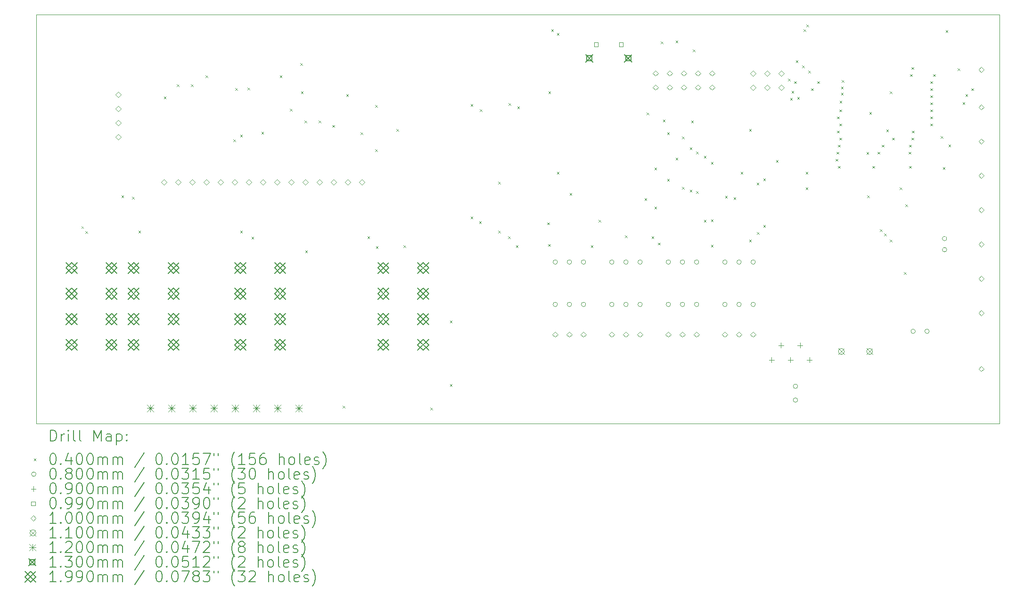
<source format=gbr>
%FSLAX45Y45*%
G04 Gerber Fmt 4.5, Leading zero omitted, Abs format (unit mm)*
G04 Created by KiCad (PCBNEW (6.0.0)) date 2022-01-24 17:43:45*
%MOMM*%
%LPD*%
G01*
G04 APERTURE LIST*
%TA.AperFunction,Profile*%
%ADD10C,0.100000*%
%TD*%
%ADD11C,0.200000*%
%ADD12C,0.040000*%
%ADD13C,0.080000*%
%ADD14C,0.090000*%
%ADD15C,0.099000*%
%ADD16C,0.100000*%
%ADD17C,0.110000*%
%ADD18C,0.120000*%
%ADD19C,0.130000*%
%ADD20C,0.199000*%
G04 APERTURE END LIST*
D10*
X4991700Y-5428000D02*
X22295450Y-5428000D01*
X22295450Y-5428000D02*
X22295450Y-12787000D01*
X4991700Y-5428000D02*
X4991700Y-12787000D01*
X22295450Y-12787000D02*
X4991700Y-12787000D01*
D11*
D12*
X5800151Y-9234749D02*
X5840151Y-9274749D01*
X5840151Y-9234749D02*
X5800151Y-9274749D01*
X5872800Y-9327200D02*
X5912800Y-9367200D01*
X5912800Y-9327200D02*
X5872800Y-9367200D01*
X6520500Y-8679500D02*
X6560500Y-8719500D01*
X6560500Y-8679500D02*
X6520500Y-8719500D01*
X6711000Y-8704900D02*
X6751000Y-8744900D01*
X6751000Y-8704900D02*
X6711000Y-8744900D01*
X6825300Y-9314500D02*
X6865300Y-9354500D01*
X6865300Y-9314500D02*
X6825300Y-9354500D01*
X7282500Y-6901500D02*
X7322500Y-6941500D01*
X7322500Y-6901500D02*
X7282500Y-6941500D01*
X7516700Y-6680000D02*
X7556700Y-6720000D01*
X7556700Y-6680000D02*
X7516700Y-6720000D01*
X7770700Y-6680000D02*
X7810700Y-6720000D01*
X7810700Y-6680000D02*
X7770700Y-6720000D01*
X8031800Y-6520500D02*
X8071800Y-6560500D01*
X8071800Y-6520500D02*
X8031800Y-6560500D01*
X8532700Y-7670600D02*
X8572700Y-7710600D01*
X8572700Y-7670600D02*
X8532700Y-7710600D01*
X8565200Y-6749100D02*
X8605200Y-6789100D01*
X8605200Y-6749100D02*
X8565200Y-6789100D01*
X8654100Y-7587300D02*
X8694100Y-7627300D01*
X8694100Y-7587300D02*
X8654100Y-7627300D01*
X8654100Y-9314500D02*
X8694100Y-9354500D01*
X8694100Y-9314500D02*
X8654100Y-9354500D01*
X8786700Y-6743500D02*
X8826700Y-6783500D01*
X8826700Y-6743500D02*
X8786700Y-6783500D01*
X8857300Y-9428800D02*
X8897300Y-9468800D01*
X8897300Y-9428800D02*
X8857300Y-9468800D01*
X9035100Y-7536500D02*
X9075100Y-7576500D01*
X9075100Y-7536500D02*
X9035100Y-7576500D01*
X9365300Y-6520500D02*
X9405300Y-6560500D01*
X9405300Y-6520500D02*
X9365300Y-6560500D01*
X9548700Y-7123000D02*
X9588700Y-7163000D01*
X9588700Y-7123000D02*
X9548700Y-7163000D01*
X9733600Y-6304600D02*
X9773600Y-6344600D01*
X9773600Y-6304600D02*
X9733600Y-6344600D01*
X9746300Y-6812600D02*
X9786300Y-6852600D01*
X9786300Y-6812600D02*
X9746300Y-6852600D01*
X9809800Y-7333300D02*
X9849800Y-7373300D01*
X9849800Y-7333300D02*
X9809800Y-7373300D01*
X9822500Y-9670100D02*
X9862500Y-9710100D01*
X9862500Y-9670100D02*
X9822500Y-9710100D01*
X10063800Y-7333300D02*
X10103800Y-7373300D01*
X10103800Y-7333300D02*
X10063800Y-7373300D01*
X10311450Y-7415850D02*
X10351450Y-7455850D01*
X10351450Y-7415850D02*
X10311450Y-7455850D01*
X10495600Y-12464100D02*
X10535600Y-12504100D01*
X10535600Y-12464100D02*
X10495600Y-12504100D01*
X10559100Y-6863400D02*
X10599100Y-6903400D01*
X10599100Y-6863400D02*
X10559100Y-6903400D01*
X10818700Y-7543600D02*
X10858700Y-7583600D01*
X10858700Y-7543600D02*
X10818700Y-7583600D01*
X10940100Y-9416100D02*
X10980100Y-9456100D01*
X10980100Y-9416100D02*
X10940100Y-9456100D01*
X11079800Y-7053900D02*
X11119800Y-7093900D01*
X11119800Y-7053900D02*
X11079800Y-7093900D01*
X11079800Y-7854000D02*
X11119800Y-7894000D01*
X11119800Y-7854000D02*
X11079800Y-7894000D01*
X11092500Y-9593900D02*
X11132500Y-9633900D01*
X11132500Y-9593900D02*
X11092500Y-9633900D01*
X11460800Y-7485700D02*
X11500800Y-7525700D01*
X11500800Y-7485700D02*
X11460800Y-7525700D01*
X11587800Y-9581200D02*
X11627800Y-9621200D01*
X11627800Y-9581200D02*
X11587800Y-9621200D01*
X12070400Y-12502200D02*
X12110400Y-12542200D01*
X12110400Y-12502200D02*
X12070400Y-12542200D01*
X12422449Y-10930951D02*
X12462449Y-10970951D01*
X12462449Y-10930951D02*
X12422449Y-10970951D01*
X12422449Y-12073951D02*
X12462449Y-12113951D01*
X12462449Y-12073951D02*
X12422449Y-12113951D01*
X12794300Y-7041200D02*
X12834300Y-7081200D01*
X12834300Y-7041200D02*
X12794300Y-7081200D01*
X12794300Y-9060500D02*
X12834300Y-9100500D01*
X12834300Y-9060500D02*
X12794300Y-9100500D01*
X12946700Y-9149400D02*
X12986700Y-9189400D01*
X12986700Y-9149400D02*
X12946700Y-9189400D01*
X12959400Y-7130100D02*
X12999400Y-7170100D01*
X12999400Y-7130100D02*
X12959400Y-7170100D01*
X13289600Y-8438200D02*
X13329600Y-8478200D01*
X13329600Y-8438200D02*
X13289600Y-8478200D01*
X13289600Y-9314500D02*
X13329600Y-9354500D01*
X13329600Y-9314500D02*
X13289600Y-9354500D01*
X13467400Y-9416100D02*
X13507400Y-9456100D01*
X13507400Y-9416100D02*
X13467400Y-9456100D01*
X13473750Y-7022150D02*
X13513750Y-7062150D01*
X13513750Y-7022150D02*
X13473750Y-7062150D01*
X13607100Y-9581200D02*
X13647100Y-9621200D01*
X13647100Y-9581200D02*
X13607100Y-9621200D01*
X13632500Y-7079300D02*
X13672500Y-7119300D01*
X13672500Y-7079300D02*
X13632500Y-7119300D01*
X14172200Y-9168500D02*
X14212200Y-9208500D01*
X14212200Y-9168500D02*
X14172200Y-9208500D01*
X14188750Y-9558350D02*
X14228750Y-9598350D01*
X14228750Y-9558350D02*
X14188750Y-9598350D01*
X14191300Y-6812600D02*
X14231300Y-6852600D01*
X14231300Y-6812600D02*
X14191300Y-6852600D01*
X14242100Y-5695000D02*
X14282100Y-5735000D01*
X14282100Y-5695000D02*
X14242100Y-5735000D01*
X14343700Y-5758500D02*
X14383700Y-5798500D01*
X14383700Y-5758500D02*
X14343700Y-5798500D01*
X14343700Y-8260400D02*
X14383700Y-8300400D01*
X14383700Y-8260400D02*
X14343700Y-8300400D01*
X14572300Y-8641400D02*
X14612300Y-8681400D01*
X14612300Y-8641400D02*
X14572300Y-8681400D01*
X14953300Y-9581200D02*
X14993300Y-9621200D01*
X14993300Y-9581200D02*
X14953300Y-9621200D01*
X15093000Y-9124000D02*
X15133000Y-9164000D01*
X15133000Y-9124000D02*
X15093000Y-9164000D01*
X15565500Y-9400800D02*
X15605500Y-9440800D01*
X15605500Y-9400800D02*
X15565500Y-9440800D01*
X15918500Y-8730300D02*
X15958500Y-8770300D01*
X15958500Y-8730300D02*
X15918500Y-8770300D01*
X15956600Y-7193600D02*
X15996600Y-7233600D01*
X15996600Y-7193600D02*
X15956600Y-7233600D01*
X16045500Y-9416100D02*
X16085500Y-9456100D01*
X16085500Y-9416100D02*
X16045500Y-9456100D01*
X16096300Y-8184200D02*
X16136300Y-8224200D01*
X16136300Y-8184200D02*
X16096300Y-8224200D01*
X16096300Y-8882700D02*
X16136300Y-8922700D01*
X16136300Y-8882700D02*
X16096300Y-8922700D01*
X16157704Y-9532496D02*
X16197704Y-9572496D01*
X16197704Y-9532496D02*
X16157704Y-9572496D01*
X16210600Y-5910900D02*
X16250600Y-5950900D01*
X16250600Y-5910900D02*
X16210600Y-5950900D01*
X16248700Y-7320600D02*
X16288700Y-7360600D01*
X16288700Y-7320600D02*
X16248700Y-7360600D01*
X16324900Y-7549200D02*
X16364900Y-7589200D01*
X16364900Y-7549200D02*
X16324900Y-7589200D01*
X16324900Y-8387400D02*
X16364900Y-8427400D01*
X16364900Y-8387400D02*
X16324900Y-8427400D01*
X16477300Y-5898200D02*
X16517300Y-5938200D01*
X16517300Y-5898200D02*
X16477300Y-5938200D01*
X16477300Y-8006400D02*
X16517300Y-8046400D01*
X16517300Y-8006400D02*
X16477300Y-8046400D01*
X16591600Y-7625400D02*
X16631600Y-7665400D01*
X16631600Y-7625400D02*
X16591600Y-7665400D01*
X16591600Y-8527100D02*
X16631600Y-8567100D01*
X16631600Y-8527100D02*
X16591600Y-8567100D01*
X16731300Y-7815900D02*
X16771300Y-7855900D01*
X16771300Y-7815900D02*
X16731300Y-7855900D01*
X16731300Y-8577900D02*
X16771300Y-8617900D01*
X16771300Y-8577900D02*
X16731300Y-8617900D01*
X16756700Y-7333300D02*
X16796700Y-7373300D01*
X16796700Y-7333300D02*
X16756700Y-7373300D01*
X16788500Y-6057000D02*
X16828500Y-6097000D01*
X16828500Y-6057000D02*
X16788500Y-6097000D01*
X16845600Y-7892100D02*
X16885600Y-7932100D01*
X16885600Y-7892100D02*
X16845600Y-7932100D01*
X16845600Y-8603300D02*
X16885600Y-8643300D01*
X16885600Y-8603300D02*
X16845600Y-8643300D01*
X16985300Y-7968300D02*
X17025300Y-8008300D01*
X17025300Y-7968300D02*
X16985300Y-8008300D01*
X16985300Y-9124000D02*
X17025300Y-9164000D01*
X17025300Y-9124000D02*
X16985300Y-9164000D01*
X17112300Y-8082600D02*
X17152300Y-8122600D01*
X17152300Y-8082600D02*
X17112300Y-8122600D01*
X17112300Y-9111300D02*
X17152300Y-9151300D01*
X17152300Y-9111300D02*
X17112300Y-9151300D01*
X17112300Y-9568500D02*
X17152300Y-9608500D01*
X17152300Y-9568500D02*
X17112300Y-9608500D01*
X17366300Y-8692200D02*
X17406300Y-8732200D01*
X17406300Y-8692200D02*
X17366300Y-8732200D01*
X17518700Y-8717600D02*
X17558700Y-8757600D01*
X17558700Y-8717600D02*
X17518700Y-8757600D01*
X17645700Y-8260400D02*
X17685700Y-8300400D01*
X17685700Y-8260400D02*
X17645700Y-8300400D01*
X17798100Y-7485700D02*
X17838100Y-7525700D01*
X17838100Y-7485700D02*
X17798100Y-7525700D01*
X17798100Y-9479600D02*
X17838100Y-9519600D01*
X17838100Y-9479600D02*
X17798100Y-9519600D01*
X17934051Y-8454649D02*
X17974051Y-8494649D01*
X17974051Y-8454649D02*
X17934051Y-8494649D01*
X17937800Y-9339900D02*
X17977800Y-9379900D01*
X17977800Y-9339900D02*
X17937800Y-9379900D01*
X18052100Y-8374700D02*
X18092100Y-8414700D01*
X18092100Y-8374700D02*
X18052100Y-8414700D01*
X18052100Y-9212900D02*
X18092100Y-9252900D01*
X18092100Y-9212900D02*
X18052100Y-9252900D01*
X18280700Y-8044500D02*
X18320700Y-8084500D01*
X18320700Y-8044500D02*
X18280700Y-8084500D01*
X18496600Y-6584000D02*
X18536600Y-6624000D01*
X18536600Y-6584000D02*
X18496600Y-6624000D01*
X18535561Y-6926900D02*
X18575561Y-6966900D01*
X18575561Y-6926900D02*
X18535561Y-6966900D01*
X18560100Y-6799900D02*
X18600100Y-6839900D01*
X18600100Y-6799900D02*
X18560100Y-6839900D01*
X18604600Y-6628400D02*
X18644600Y-6668400D01*
X18644600Y-6628400D02*
X18604600Y-6668400D01*
X18636300Y-6253800D02*
X18676300Y-6293800D01*
X18676300Y-6253800D02*
X18636300Y-6293800D01*
X18661700Y-6914200D02*
X18701700Y-6954200D01*
X18701700Y-6914200D02*
X18661700Y-6954200D01*
X18750600Y-6342700D02*
X18790600Y-6382700D01*
X18790600Y-6342700D02*
X18750600Y-6382700D01*
X18776000Y-5695000D02*
X18816000Y-5735000D01*
X18816000Y-5695000D02*
X18776000Y-5735000D01*
X18814100Y-8260400D02*
X18854100Y-8300400D01*
X18854100Y-8260400D02*
X18814100Y-8300400D01*
X18814100Y-8539800D02*
X18854100Y-8579800D01*
X18854100Y-8539800D02*
X18814100Y-8579800D01*
X18826800Y-5606100D02*
X18866800Y-5646100D01*
X18866800Y-5606100D02*
X18826800Y-5646100D01*
X18858550Y-6437950D02*
X18898550Y-6477950D01*
X18898550Y-6437950D02*
X18858550Y-6477950D01*
X18909300Y-6755400D02*
X18949300Y-6795400D01*
X18949300Y-6755400D02*
X18909300Y-6795400D01*
X19023700Y-6628400D02*
X19063700Y-6668400D01*
X19063700Y-6628400D02*
X19023700Y-6668400D01*
X19353800Y-8025400D02*
X19393800Y-8065400D01*
X19393800Y-8025400D02*
X19353800Y-8065400D01*
X19366600Y-7898400D02*
X19406600Y-7938400D01*
X19406600Y-7898400D02*
X19366600Y-7938400D01*
X19379200Y-7263400D02*
X19419200Y-7303400D01*
X19419200Y-7263400D02*
X19379200Y-7303400D01*
X19379200Y-7517400D02*
X19419200Y-7557400D01*
X19419200Y-7517400D02*
X19379200Y-7557400D01*
X19391900Y-7771400D02*
X19431900Y-7811400D01*
X19431900Y-7771400D02*
X19391900Y-7811400D01*
X19391900Y-8152400D02*
X19431900Y-8192400D01*
X19431900Y-8152400D02*
X19391900Y-8192400D01*
X19417300Y-7390400D02*
X19457300Y-7430400D01*
X19457300Y-7390400D02*
X19417300Y-7430400D01*
X19417300Y-7644400D02*
X19457300Y-7684400D01*
X19457300Y-7644400D02*
X19417300Y-7684400D01*
X19417400Y-7136400D02*
X19457400Y-7176400D01*
X19457400Y-7136400D02*
X19417400Y-7176400D01*
X19423700Y-6977700D02*
X19463700Y-7017700D01*
X19463700Y-6977700D02*
X19423700Y-7017700D01*
X19449100Y-6723700D02*
X19489100Y-6763700D01*
X19489100Y-6723700D02*
X19449100Y-6763700D01*
X19449100Y-6838000D02*
X19489100Y-6878000D01*
X19489100Y-6838000D02*
X19449100Y-6878000D01*
X19461800Y-6609400D02*
X19501800Y-6649400D01*
X19501800Y-6609400D02*
X19461800Y-6649400D01*
X19906300Y-7904800D02*
X19946300Y-7944800D01*
X19946300Y-7904800D02*
X19906300Y-7944800D01*
X19919000Y-8679500D02*
X19959000Y-8719500D01*
X19959000Y-8679500D02*
X19919000Y-8719500D01*
X19957100Y-7180900D02*
X19997100Y-7220900D01*
X19997100Y-7180900D02*
X19957100Y-7220900D01*
X20014300Y-8152400D02*
X20054300Y-8192400D01*
X20054300Y-8152400D02*
X20014300Y-8192400D01*
X20103200Y-7898400D02*
X20143200Y-7938400D01*
X20143200Y-7898400D02*
X20103200Y-7938400D01*
X20147600Y-9289100D02*
X20187600Y-9329100D01*
X20187600Y-9289100D02*
X20147600Y-9329100D01*
X20179400Y-7771400D02*
X20219400Y-7811400D01*
X20219400Y-7771400D02*
X20179400Y-7811400D01*
X20223800Y-9365300D02*
X20263800Y-9405300D01*
X20263800Y-9365300D02*
X20223800Y-9405300D01*
X20261900Y-7498400D02*
X20301900Y-7538400D01*
X20301900Y-7498400D02*
X20261900Y-7538400D01*
X20325400Y-6812600D02*
X20365400Y-6852600D01*
X20365400Y-6812600D02*
X20325400Y-6852600D01*
X20325400Y-9479600D02*
X20365400Y-9519600D01*
X20365400Y-9479600D02*
X20325400Y-9519600D01*
X20369800Y-7644400D02*
X20409800Y-7684400D01*
X20409800Y-7644400D02*
X20369800Y-7684400D01*
X20503200Y-8539800D02*
X20543200Y-8579800D01*
X20543200Y-8539800D02*
X20503200Y-8579800D01*
X20579400Y-10063800D02*
X20619400Y-10103800D01*
X20619400Y-10063800D02*
X20579400Y-10103800D01*
X20604800Y-8844600D02*
X20644800Y-8884600D01*
X20644800Y-8844600D02*
X20604800Y-8884600D01*
X20662000Y-7898400D02*
X20702000Y-7938400D01*
X20702000Y-7898400D02*
X20662000Y-7938400D01*
X20674600Y-8152400D02*
X20714600Y-8192400D01*
X20714600Y-8152400D02*
X20674600Y-8192400D01*
X20674700Y-7771400D02*
X20714700Y-7811400D01*
X20714700Y-7771400D02*
X20674700Y-7811400D01*
X20687300Y-6501400D02*
X20727300Y-6541400D01*
X20727300Y-6501400D02*
X20687300Y-6541400D01*
X20712700Y-6374400D02*
X20752700Y-6414400D01*
X20752700Y-6374400D02*
X20712700Y-6414400D01*
X20712800Y-7644400D02*
X20752800Y-7684400D01*
X20752800Y-7644400D02*
X20712800Y-7684400D01*
X20725500Y-7517400D02*
X20765500Y-7557400D01*
X20765500Y-7517400D02*
X20725500Y-7557400D01*
X21055700Y-6628400D02*
X21095700Y-6668400D01*
X21095700Y-6628400D02*
X21055700Y-6668400D01*
X21055700Y-6755400D02*
X21095700Y-6795400D01*
X21095700Y-6755400D02*
X21055700Y-6795400D01*
X21055700Y-6882400D02*
X21095700Y-6922400D01*
X21095700Y-6882400D02*
X21055700Y-6922400D01*
X21055700Y-7009400D02*
X21095700Y-7049400D01*
X21095700Y-7009400D02*
X21055700Y-7049400D01*
X21055700Y-7136400D02*
X21095700Y-7176400D01*
X21095700Y-7136400D02*
X21055700Y-7176400D01*
X21055700Y-7263400D02*
X21095700Y-7303400D01*
X21095700Y-7263400D02*
X21055700Y-7303400D01*
X21055700Y-7390400D02*
X21095700Y-7430400D01*
X21095700Y-7390400D02*
X21055700Y-7430400D01*
X21106500Y-6501400D02*
X21146500Y-6541400D01*
X21146500Y-6501400D02*
X21106500Y-6541400D01*
X21239800Y-7612700D02*
X21279800Y-7652700D01*
X21279800Y-7612700D02*
X21239800Y-7652700D01*
X21277900Y-8171500D02*
X21317900Y-8211500D01*
X21317900Y-8171500D02*
X21277900Y-8211500D01*
X21328700Y-5707700D02*
X21368700Y-5747700D01*
X21368700Y-5707700D02*
X21328700Y-5747700D01*
X21380150Y-7765750D02*
X21420150Y-7805750D01*
X21420150Y-7765750D02*
X21380150Y-7805750D01*
X21544600Y-6393500D02*
X21584600Y-6433500D01*
X21584600Y-6393500D02*
X21544600Y-6433500D01*
X21633500Y-7003100D02*
X21673500Y-7043100D01*
X21673500Y-7003100D02*
X21633500Y-7043100D01*
X21684300Y-6863400D02*
X21724300Y-6903400D01*
X21724300Y-6863400D02*
X21684300Y-6903400D01*
X21792200Y-6755400D02*
X21832200Y-6795400D01*
X21832200Y-6755400D02*
X21792200Y-6795400D01*
D13*
X14355500Y-9880600D02*
G75*
G03*
X14355500Y-9880600I-40000J0D01*
G01*
X14355500Y-10642600D02*
G75*
G03*
X14355500Y-10642600I-40000J0D01*
G01*
X14609500Y-9880600D02*
G75*
G03*
X14609500Y-9880600I-40000J0D01*
G01*
X14609500Y-10642600D02*
G75*
G03*
X14609500Y-10642600I-40000J0D01*
G01*
X14863500Y-9880600D02*
G75*
G03*
X14863500Y-9880600I-40000J0D01*
G01*
X14863500Y-10642600D02*
G75*
G03*
X14863500Y-10642600I-40000J0D01*
G01*
X15371500Y-9880600D02*
G75*
G03*
X15371500Y-9880600I-40000J0D01*
G01*
X15371500Y-10642600D02*
G75*
G03*
X15371500Y-10642600I-40000J0D01*
G01*
X15625500Y-9880600D02*
G75*
G03*
X15625500Y-9880600I-40000J0D01*
G01*
X15625500Y-10642600D02*
G75*
G03*
X15625500Y-10642600I-40000J0D01*
G01*
X15879500Y-9880600D02*
G75*
G03*
X15879500Y-9880600I-40000J0D01*
G01*
X15879500Y-10642600D02*
G75*
G03*
X15879500Y-10642600I-40000J0D01*
G01*
X16387500Y-9880600D02*
G75*
G03*
X16387500Y-9880600I-40000J0D01*
G01*
X16387500Y-10642600D02*
G75*
G03*
X16387500Y-10642600I-40000J0D01*
G01*
X16641500Y-9880600D02*
G75*
G03*
X16641500Y-9880600I-40000J0D01*
G01*
X16641500Y-10642600D02*
G75*
G03*
X16641500Y-10642600I-40000J0D01*
G01*
X16895500Y-9880600D02*
G75*
G03*
X16895500Y-9880600I-40000J0D01*
G01*
X16895500Y-10642600D02*
G75*
G03*
X16895500Y-10642600I-40000J0D01*
G01*
X17403500Y-9880600D02*
G75*
G03*
X17403500Y-9880600I-40000J0D01*
G01*
X17403500Y-10642600D02*
G75*
G03*
X17403500Y-10642600I-40000J0D01*
G01*
X17657500Y-9880600D02*
G75*
G03*
X17657500Y-9880600I-40000J0D01*
G01*
X17657500Y-10642600D02*
G75*
G03*
X17657500Y-10642600I-40000J0D01*
G01*
X17911500Y-9880600D02*
G75*
G03*
X17911500Y-9880600I-40000J0D01*
G01*
X17911500Y-10642600D02*
G75*
G03*
X17911500Y-10642600I-40000J0D01*
G01*
X18670900Y-12113961D02*
G75*
G03*
X18670900Y-12113961I-40000J0D01*
G01*
X18670900Y-12363961D02*
G75*
G03*
X18670900Y-12363961I-40000J0D01*
G01*
X20784940Y-11125200D02*
G75*
G03*
X20784940Y-11125200I-40000J0D01*
G01*
X21034940Y-11125200D02*
G75*
G03*
X21034940Y-11125200I-40000J0D01*
G01*
X21350600Y-9458611D02*
G75*
G03*
X21350600Y-9458611I-40000J0D01*
G01*
X21350600Y-9658611D02*
G75*
G03*
X21350600Y-9658611I-40000J0D01*
G01*
D14*
X18202000Y-11594700D02*
X18202000Y-11684700D01*
X18157000Y-11639700D02*
X18247000Y-11639700D01*
X18372000Y-11331700D02*
X18372000Y-11421700D01*
X18327000Y-11376700D02*
X18417000Y-11376700D01*
X18542000Y-11594700D02*
X18542000Y-11684700D01*
X18497000Y-11639700D02*
X18587000Y-11639700D01*
X18712000Y-11331700D02*
X18712000Y-11421700D01*
X18667000Y-11376700D02*
X18757000Y-11376700D01*
X18882000Y-11594700D02*
X18882000Y-11684700D01*
X18837000Y-11639700D02*
X18927000Y-11639700D01*
D15*
X15085602Y-6000652D02*
X15085602Y-5930648D01*
X15015598Y-5930648D01*
X15015598Y-6000652D01*
X15085602Y-6000652D01*
X15535602Y-6000652D02*
X15535602Y-5930648D01*
X15465598Y-5930648D01*
X15465598Y-6000652D01*
X15535602Y-6000652D01*
D16*
X6464300Y-6920700D02*
X6514300Y-6870700D01*
X6464300Y-6820700D01*
X6414300Y-6870700D01*
X6464300Y-6920700D01*
X6464300Y-7174700D02*
X6514300Y-7124700D01*
X6464300Y-7074700D01*
X6414300Y-7124700D01*
X6464300Y-7174700D01*
X6464300Y-7428700D02*
X6514300Y-7378700D01*
X6464300Y-7328700D01*
X6414300Y-7378700D01*
X6464300Y-7428700D01*
X6464300Y-7682700D02*
X6514300Y-7632700D01*
X6464300Y-7582700D01*
X6414300Y-7632700D01*
X6464300Y-7682700D01*
X7282700Y-8495000D02*
X7332700Y-8445000D01*
X7282700Y-8395000D01*
X7232700Y-8445000D01*
X7282700Y-8495000D01*
X7536700Y-8495000D02*
X7586700Y-8445000D01*
X7536700Y-8395000D01*
X7486700Y-8445000D01*
X7536700Y-8495000D01*
X7790700Y-8495000D02*
X7840700Y-8445000D01*
X7790700Y-8395000D01*
X7740700Y-8445000D01*
X7790700Y-8495000D01*
X8044700Y-8495000D02*
X8094700Y-8445000D01*
X8044700Y-8395000D01*
X7994700Y-8445000D01*
X8044700Y-8495000D01*
X8298700Y-8495000D02*
X8348700Y-8445000D01*
X8298700Y-8395000D01*
X8248700Y-8445000D01*
X8298700Y-8495000D01*
X8552700Y-8495000D02*
X8602700Y-8445000D01*
X8552700Y-8395000D01*
X8502700Y-8445000D01*
X8552700Y-8495000D01*
X8806700Y-8495000D02*
X8856700Y-8445000D01*
X8806700Y-8395000D01*
X8756700Y-8445000D01*
X8806700Y-8495000D01*
X9060700Y-8495000D02*
X9110700Y-8445000D01*
X9060700Y-8395000D01*
X9010700Y-8445000D01*
X9060700Y-8495000D01*
X9314700Y-8495000D02*
X9364700Y-8445000D01*
X9314700Y-8395000D01*
X9264700Y-8445000D01*
X9314700Y-8495000D01*
X9568700Y-8495000D02*
X9618700Y-8445000D01*
X9568700Y-8395000D01*
X9518700Y-8445000D01*
X9568700Y-8495000D01*
X9822700Y-8495000D02*
X9872700Y-8445000D01*
X9822700Y-8395000D01*
X9772700Y-8445000D01*
X9822700Y-8495000D01*
X10076700Y-8495000D02*
X10126700Y-8445000D01*
X10076700Y-8395000D01*
X10026700Y-8445000D01*
X10076700Y-8495000D01*
X10330700Y-8495000D02*
X10380700Y-8445000D01*
X10330700Y-8395000D01*
X10280700Y-8445000D01*
X10330700Y-8495000D01*
X10584700Y-8495000D02*
X10634700Y-8445000D01*
X10584700Y-8395000D01*
X10534700Y-8445000D01*
X10584700Y-8495000D01*
X10838700Y-8495000D02*
X10888700Y-8445000D01*
X10838700Y-8395000D01*
X10788700Y-8445000D01*
X10838700Y-8495000D01*
X14312900Y-11232200D02*
X14362900Y-11182200D01*
X14312900Y-11132200D01*
X14262900Y-11182200D01*
X14312900Y-11232200D01*
X14566900Y-11232200D02*
X14616900Y-11182200D01*
X14566900Y-11132200D01*
X14516900Y-11182200D01*
X14566900Y-11232200D01*
X14820900Y-11232200D02*
X14870900Y-11182200D01*
X14820900Y-11132200D01*
X14770900Y-11182200D01*
X14820900Y-11232200D01*
X15328900Y-11232200D02*
X15378900Y-11182200D01*
X15328900Y-11132200D01*
X15278900Y-11182200D01*
X15328900Y-11232200D01*
X15582900Y-11232200D02*
X15632900Y-11182200D01*
X15582900Y-11132200D01*
X15532900Y-11182200D01*
X15582900Y-11232200D01*
X15836900Y-11232200D02*
X15886900Y-11182200D01*
X15836900Y-11132200D01*
X15786900Y-11182200D01*
X15836900Y-11232200D01*
X16116800Y-6533200D02*
X16166800Y-6483200D01*
X16116800Y-6433200D01*
X16066800Y-6483200D01*
X16116800Y-6533200D01*
X16116800Y-6787200D02*
X16166800Y-6737200D01*
X16116800Y-6687200D01*
X16066800Y-6737200D01*
X16116800Y-6787200D01*
X16344900Y-11232200D02*
X16394900Y-11182200D01*
X16344900Y-11132200D01*
X16294900Y-11182200D01*
X16344900Y-11232200D01*
X16370800Y-6533200D02*
X16420800Y-6483200D01*
X16370800Y-6433200D01*
X16320800Y-6483200D01*
X16370800Y-6533200D01*
X16370800Y-6787200D02*
X16420800Y-6737200D01*
X16370800Y-6687200D01*
X16320800Y-6737200D01*
X16370800Y-6787200D01*
X16598900Y-11232200D02*
X16648900Y-11182200D01*
X16598900Y-11132200D01*
X16548900Y-11182200D01*
X16598900Y-11232200D01*
X16624800Y-6533200D02*
X16674800Y-6483200D01*
X16624800Y-6433200D01*
X16574800Y-6483200D01*
X16624800Y-6533200D01*
X16624800Y-6787200D02*
X16674800Y-6737200D01*
X16624800Y-6687200D01*
X16574800Y-6737200D01*
X16624800Y-6787200D01*
X16852900Y-11232200D02*
X16902900Y-11182200D01*
X16852900Y-11132200D01*
X16802900Y-11182200D01*
X16852900Y-11232200D01*
X16878800Y-6533200D02*
X16928800Y-6483200D01*
X16878800Y-6433200D01*
X16828800Y-6483200D01*
X16878800Y-6533200D01*
X16878800Y-6787200D02*
X16928800Y-6737200D01*
X16878800Y-6687200D01*
X16828800Y-6737200D01*
X16878800Y-6787200D01*
X17132800Y-6533200D02*
X17182800Y-6483200D01*
X17132800Y-6433200D01*
X17082800Y-6483200D01*
X17132800Y-6533200D01*
X17132800Y-6787200D02*
X17182800Y-6737200D01*
X17132800Y-6687200D01*
X17082800Y-6737200D01*
X17132800Y-6787200D01*
X17360900Y-11232200D02*
X17410900Y-11182200D01*
X17360900Y-11132200D01*
X17310900Y-11182200D01*
X17360900Y-11232200D01*
X17614900Y-11232200D02*
X17664900Y-11182200D01*
X17614900Y-11132200D01*
X17564900Y-11182200D01*
X17614900Y-11232200D01*
X17868900Y-6539700D02*
X17918900Y-6489700D01*
X17868900Y-6439700D01*
X17818900Y-6489700D01*
X17868900Y-6539700D01*
X17868900Y-6793700D02*
X17918900Y-6743700D01*
X17868900Y-6693700D01*
X17818900Y-6743700D01*
X17868900Y-6793700D01*
X17868900Y-11232200D02*
X17918900Y-11182200D01*
X17868900Y-11132200D01*
X17818900Y-11182200D01*
X17868900Y-11232200D01*
X18122900Y-6539700D02*
X18172900Y-6489700D01*
X18122900Y-6439700D01*
X18072900Y-6489700D01*
X18122900Y-6539700D01*
X18122900Y-6793700D02*
X18172900Y-6743700D01*
X18122900Y-6693700D01*
X18072900Y-6743700D01*
X18122900Y-6793700D01*
X18376900Y-6539700D02*
X18426900Y-6489700D01*
X18376900Y-6439700D01*
X18326900Y-6489700D01*
X18376900Y-6539700D01*
X18376900Y-6793700D02*
X18426900Y-6743700D01*
X18376900Y-6693700D01*
X18326900Y-6743700D01*
X18376900Y-6793700D01*
X21971000Y-6467500D02*
X22021000Y-6417500D01*
X21971000Y-6367500D01*
X21921000Y-6417500D01*
X21971000Y-6467500D01*
X21971000Y-7143000D02*
X22021000Y-7093000D01*
X21971000Y-7043000D01*
X21921000Y-7093000D01*
X21971000Y-7143000D01*
X21971000Y-7760000D02*
X22021000Y-7710000D01*
X21971000Y-7660000D01*
X21921000Y-7710000D01*
X21971000Y-7760000D01*
X21971000Y-8377000D02*
X22021000Y-8327000D01*
X21971000Y-8277000D01*
X21921000Y-8327000D01*
X21971000Y-8377000D01*
X21971000Y-8994000D02*
X22021000Y-8944000D01*
X21971000Y-8894000D01*
X21921000Y-8944000D01*
X21971000Y-8994000D01*
X21971000Y-9611000D02*
X22021000Y-9561000D01*
X21971000Y-9511000D01*
X21921000Y-9561000D01*
X21971000Y-9611000D01*
X21971000Y-10228000D02*
X22021000Y-10178000D01*
X21971000Y-10128000D01*
X21921000Y-10178000D01*
X21971000Y-10228000D01*
X21971000Y-10845000D02*
X22021000Y-10795000D01*
X21971000Y-10745000D01*
X21921000Y-10795000D01*
X21971000Y-10845000D01*
X21971000Y-11850000D02*
X22021000Y-11800000D01*
X21971000Y-11750000D01*
X21921000Y-11800000D01*
X21971000Y-11850000D01*
D17*
X19401400Y-11434400D02*
X19511400Y-11544400D01*
X19511400Y-11434400D02*
X19401400Y-11544400D01*
X19511400Y-11489400D02*
G75*
G03*
X19511400Y-11489400I-55000J0D01*
G01*
X19909400Y-11434400D02*
X20019400Y-11544400D01*
X20019400Y-11434400D02*
X19909400Y-11544400D01*
X20019400Y-11489400D02*
G75*
G03*
X20019400Y-11489400I-55000J0D01*
G01*
D18*
X6981300Y-12450650D02*
X7101300Y-12570650D01*
X7101300Y-12450650D02*
X6981300Y-12570650D01*
X7041300Y-12450650D02*
X7041300Y-12570650D01*
X6981300Y-12510650D02*
X7101300Y-12510650D01*
X7362300Y-12450650D02*
X7482300Y-12570650D01*
X7482300Y-12450650D02*
X7362300Y-12570650D01*
X7422300Y-12450650D02*
X7422300Y-12570650D01*
X7362300Y-12510650D02*
X7482300Y-12510650D01*
X7743300Y-12450650D02*
X7863300Y-12570650D01*
X7863300Y-12450650D02*
X7743300Y-12570650D01*
X7803300Y-12450650D02*
X7803300Y-12570650D01*
X7743300Y-12510650D02*
X7863300Y-12510650D01*
X8124300Y-12450650D02*
X8244300Y-12570650D01*
X8244300Y-12450650D02*
X8124300Y-12570650D01*
X8184300Y-12450650D02*
X8184300Y-12570650D01*
X8124300Y-12510650D02*
X8244300Y-12510650D01*
X8505300Y-12450650D02*
X8625300Y-12570650D01*
X8625300Y-12450650D02*
X8505300Y-12570650D01*
X8565300Y-12450650D02*
X8565300Y-12570650D01*
X8505300Y-12510650D02*
X8625300Y-12510650D01*
X8886300Y-12450650D02*
X9006300Y-12570650D01*
X9006300Y-12450650D02*
X8886300Y-12570650D01*
X8946300Y-12450650D02*
X8946300Y-12570650D01*
X8886300Y-12510650D02*
X9006300Y-12510650D01*
X9267300Y-12450650D02*
X9387300Y-12570650D01*
X9387300Y-12450650D02*
X9267300Y-12570650D01*
X9327300Y-12450650D02*
X9327300Y-12570650D01*
X9267300Y-12510650D02*
X9387300Y-12510650D01*
X9648300Y-12450650D02*
X9768300Y-12570650D01*
X9768300Y-12450650D02*
X9648300Y-12570650D01*
X9708300Y-12450650D02*
X9708300Y-12570650D01*
X9648300Y-12510650D02*
X9768300Y-12510650D01*
D19*
X14860600Y-6149650D02*
X14990600Y-6279650D01*
X14990600Y-6149650D02*
X14860600Y-6279650D01*
X14971562Y-6260612D02*
X14971562Y-6168688D01*
X14879638Y-6168688D01*
X14879638Y-6260612D01*
X14971562Y-6260612D01*
X15561600Y-6149650D02*
X15691600Y-6279650D01*
X15691600Y-6149650D02*
X15561600Y-6279650D01*
X15672562Y-6260612D02*
X15672562Y-6168688D01*
X15580638Y-6168688D01*
X15580638Y-6260612D01*
X15672562Y-6260612D01*
D20*
X5527200Y-9887000D02*
X5726200Y-10086000D01*
X5726200Y-9887000D02*
X5527200Y-10086000D01*
X5626700Y-10086000D02*
X5726200Y-9986500D01*
X5626700Y-9887000D01*
X5527200Y-9986500D01*
X5626700Y-10086000D01*
X5527200Y-10348000D02*
X5726200Y-10547000D01*
X5726200Y-10348000D02*
X5527200Y-10547000D01*
X5626700Y-10547000D02*
X5726200Y-10447500D01*
X5626700Y-10348000D01*
X5527200Y-10447500D01*
X5626700Y-10547000D01*
X5527200Y-10809000D02*
X5726200Y-11008000D01*
X5726200Y-10809000D02*
X5527200Y-11008000D01*
X5626700Y-11008000D02*
X5726200Y-10908500D01*
X5626700Y-10809000D01*
X5527200Y-10908500D01*
X5626700Y-11008000D01*
X5527200Y-11270000D02*
X5726200Y-11469000D01*
X5726200Y-11270000D02*
X5527200Y-11469000D01*
X5626700Y-11469000D02*
X5726200Y-11369500D01*
X5626700Y-11270000D01*
X5527200Y-11369500D01*
X5626700Y-11469000D01*
X6244200Y-9887000D02*
X6443200Y-10086000D01*
X6443200Y-9887000D02*
X6244200Y-10086000D01*
X6343700Y-10086000D02*
X6443200Y-9986500D01*
X6343700Y-9887000D01*
X6244200Y-9986500D01*
X6343700Y-10086000D01*
X6244200Y-10348000D02*
X6443200Y-10547000D01*
X6443200Y-10348000D02*
X6244200Y-10547000D01*
X6343700Y-10547000D02*
X6443200Y-10447500D01*
X6343700Y-10348000D01*
X6244200Y-10447500D01*
X6343700Y-10547000D01*
X6244200Y-10809000D02*
X6443200Y-11008000D01*
X6443200Y-10809000D02*
X6244200Y-11008000D01*
X6343700Y-11008000D02*
X6443200Y-10908500D01*
X6343700Y-10809000D01*
X6244200Y-10908500D01*
X6343700Y-11008000D01*
X6244200Y-11270000D02*
X6443200Y-11469000D01*
X6443200Y-11270000D02*
X6244200Y-11469000D01*
X6343700Y-11469000D02*
X6443200Y-11369500D01*
X6343700Y-11270000D01*
X6244200Y-11369500D01*
X6343700Y-11469000D01*
X6642200Y-9887000D02*
X6841200Y-10086000D01*
X6841200Y-9887000D02*
X6642200Y-10086000D01*
X6741700Y-10086000D02*
X6841200Y-9986500D01*
X6741700Y-9887000D01*
X6642200Y-9986500D01*
X6741700Y-10086000D01*
X6642200Y-10348000D02*
X6841200Y-10547000D01*
X6841200Y-10348000D02*
X6642200Y-10547000D01*
X6741700Y-10547000D02*
X6841200Y-10447500D01*
X6741700Y-10348000D01*
X6642200Y-10447500D01*
X6741700Y-10547000D01*
X6642200Y-10809000D02*
X6841200Y-11008000D01*
X6841200Y-10809000D02*
X6642200Y-11008000D01*
X6741700Y-11008000D02*
X6841200Y-10908500D01*
X6741700Y-10809000D01*
X6642200Y-10908500D01*
X6741700Y-11008000D01*
X6642200Y-11270000D02*
X6841200Y-11469000D01*
X6841200Y-11270000D02*
X6642200Y-11469000D01*
X6741700Y-11469000D02*
X6841200Y-11369500D01*
X6741700Y-11270000D01*
X6642200Y-11369500D01*
X6741700Y-11469000D01*
X7359200Y-9887000D02*
X7558200Y-10086000D01*
X7558200Y-9887000D02*
X7359200Y-10086000D01*
X7458700Y-10086000D02*
X7558200Y-9986500D01*
X7458700Y-9887000D01*
X7359200Y-9986500D01*
X7458700Y-10086000D01*
X7359200Y-10348000D02*
X7558200Y-10547000D01*
X7558200Y-10348000D02*
X7359200Y-10547000D01*
X7458700Y-10547000D02*
X7558200Y-10447500D01*
X7458700Y-10348000D01*
X7359200Y-10447500D01*
X7458700Y-10547000D01*
X7359200Y-10809000D02*
X7558200Y-11008000D01*
X7558200Y-10809000D02*
X7359200Y-11008000D01*
X7458700Y-11008000D02*
X7558200Y-10908500D01*
X7458700Y-10809000D01*
X7359200Y-10908500D01*
X7458700Y-11008000D01*
X7359200Y-11270000D02*
X7558200Y-11469000D01*
X7558200Y-11270000D02*
X7359200Y-11469000D01*
X7458700Y-11469000D02*
X7558200Y-11369500D01*
X7458700Y-11270000D01*
X7359200Y-11369500D01*
X7458700Y-11469000D01*
X8556200Y-9887000D02*
X8755200Y-10086000D01*
X8755200Y-9887000D02*
X8556200Y-10086000D01*
X8655700Y-10086000D02*
X8755200Y-9986500D01*
X8655700Y-9887000D01*
X8556200Y-9986500D01*
X8655700Y-10086000D01*
X8556200Y-10348000D02*
X8755200Y-10547000D01*
X8755200Y-10348000D02*
X8556200Y-10547000D01*
X8655700Y-10547000D02*
X8755200Y-10447500D01*
X8655700Y-10348000D01*
X8556200Y-10447500D01*
X8655700Y-10547000D01*
X8556200Y-10809000D02*
X8755200Y-11008000D01*
X8755200Y-10809000D02*
X8556200Y-11008000D01*
X8655700Y-11008000D02*
X8755200Y-10908500D01*
X8655700Y-10809000D01*
X8556200Y-10908500D01*
X8655700Y-11008000D01*
X8556200Y-11270000D02*
X8755200Y-11469000D01*
X8755200Y-11270000D02*
X8556200Y-11469000D01*
X8655700Y-11469000D02*
X8755200Y-11369500D01*
X8655700Y-11270000D01*
X8556200Y-11369500D01*
X8655700Y-11469000D01*
X9273200Y-9887000D02*
X9472200Y-10086000D01*
X9472200Y-9887000D02*
X9273200Y-10086000D01*
X9372700Y-10086000D02*
X9472200Y-9986500D01*
X9372700Y-9887000D01*
X9273200Y-9986500D01*
X9372700Y-10086000D01*
X9273200Y-10348000D02*
X9472200Y-10547000D01*
X9472200Y-10348000D02*
X9273200Y-10547000D01*
X9372700Y-10547000D02*
X9472200Y-10447500D01*
X9372700Y-10348000D01*
X9273200Y-10447500D01*
X9372700Y-10547000D01*
X9273200Y-10809000D02*
X9472200Y-11008000D01*
X9472200Y-10809000D02*
X9273200Y-11008000D01*
X9372700Y-11008000D02*
X9472200Y-10908500D01*
X9372700Y-10809000D01*
X9273200Y-10908500D01*
X9372700Y-11008000D01*
X9273200Y-11270000D02*
X9472200Y-11469000D01*
X9472200Y-11270000D02*
X9273200Y-11469000D01*
X9372700Y-11469000D02*
X9472200Y-11369500D01*
X9372700Y-11270000D01*
X9273200Y-11369500D01*
X9372700Y-11469000D01*
X11127200Y-9887000D02*
X11326200Y-10086000D01*
X11326200Y-9887000D02*
X11127200Y-10086000D01*
X11226700Y-10086000D02*
X11326200Y-9986500D01*
X11226700Y-9887000D01*
X11127200Y-9986500D01*
X11226700Y-10086000D01*
X11127200Y-10348000D02*
X11326200Y-10547000D01*
X11326200Y-10348000D02*
X11127200Y-10547000D01*
X11226700Y-10547000D02*
X11326200Y-10447500D01*
X11226700Y-10348000D01*
X11127200Y-10447500D01*
X11226700Y-10547000D01*
X11127200Y-10809000D02*
X11326200Y-11008000D01*
X11326200Y-10809000D02*
X11127200Y-11008000D01*
X11226700Y-11008000D02*
X11326200Y-10908500D01*
X11226700Y-10809000D01*
X11127200Y-10908500D01*
X11226700Y-11008000D01*
X11127200Y-11270000D02*
X11326200Y-11469000D01*
X11326200Y-11270000D02*
X11127200Y-11469000D01*
X11226700Y-11469000D02*
X11326200Y-11369500D01*
X11226700Y-11270000D01*
X11127200Y-11369500D01*
X11226700Y-11469000D01*
X11844200Y-9887000D02*
X12043200Y-10086000D01*
X12043200Y-9887000D02*
X11844200Y-10086000D01*
X11943700Y-10086000D02*
X12043200Y-9986500D01*
X11943700Y-9887000D01*
X11844200Y-9986500D01*
X11943700Y-10086000D01*
X11844200Y-10348000D02*
X12043200Y-10547000D01*
X12043200Y-10348000D02*
X11844200Y-10547000D01*
X11943700Y-10547000D02*
X12043200Y-10447500D01*
X11943700Y-10348000D01*
X11844200Y-10447500D01*
X11943700Y-10547000D01*
X11844200Y-10809000D02*
X12043200Y-11008000D01*
X12043200Y-10809000D02*
X11844200Y-11008000D01*
X11943700Y-11008000D02*
X12043200Y-10908500D01*
X11943700Y-10809000D01*
X11844200Y-10908500D01*
X11943700Y-11008000D01*
X11844200Y-11270000D02*
X12043200Y-11469000D01*
X12043200Y-11270000D02*
X11844200Y-11469000D01*
X11943700Y-11469000D02*
X12043200Y-11369500D01*
X11943700Y-11270000D01*
X11844200Y-11369500D01*
X11943700Y-11469000D01*
D11*
X5244319Y-13102476D02*
X5244319Y-12902476D01*
X5291938Y-12902476D01*
X5320510Y-12912000D01*
X5339557Y-12931048D01*
X5349081Y-12950095D01*
X5358605Y-12988190D01*
X5358605Y-13016762D01*
X5349081Y-13054857D01*
X5339557Y-13073905D01*
X5320510Y-13092952D01*
X5291938Y-13102476D01*
X5244319Y-13102476D01*
X5444319Y-13102476D02*
X5444319Y-12969143D01*
X5444319Y-13007238D02*
X5453843Y-12988190D01*
X5463367Y-12978667D01*
X5482414Y-12969143D01*
X5501462Y-12969143D01*
X5568129Y-13102476D02*
X5568129Y-12969143D01*
X5568129Y-12902476D02*
X5558605Y-12912000D01*
X5568129Y-12921524D01*
X5577652Y-12912000D01*
X5568129Y-12902476D01*
X5568129Y-12921524D01*
X5691938Y-13102476D02*
X5672890Y-13092952D01*
X5663367Y-13073905D01*
X5663367Y-12902476D01*
X5796700Y-13102476D02*
X5777652Y-13092952D01*
X5768128Y-13073905D01*
X5768128Y-12902476D01*
X6025271Y-13102476D02*
X6025271Y-12902476D01*
X6091938Y-13045333D01*
X6158605Y-12902476D01*
X6158605Y-13102476D01*
X6339557Y-13102476D02*
X6339557Y-12997714D01*
X6330033Y-12978667D01*
X6310986Y-12969143D01*
X6272890Y-12969143D01*
X6253843Y-12978667D01*
X6339557Y-13092952D02*
X6320509Y-13102476D01*
X6272890Y-13102476D01*
X6253843Y-13092952D01*
X6244319Y-13073905D01*
X6244319Y-13054857D01*
X6253843Y-13035809D01*
X6272890Y-13026286D01*
X6320509Y-13026286D01*
X6339557Y-13016762D01*
X6434795Y-12969143D02*
X6434795Y-13169143D01*
X6434795Y-12978667D02*
X6453843Y-12969143D01*
X6491938Y-12969143D01*
X6510986Y-12978667D01*
X6520509Y-12988190D01*
X6530033Y-13007238D01*
X6530033Y-13064381D01*
X6520509Y-13083428D01*
X6510986Y-13092952D01*
X6491938Y-13102476D01*
X6453843Y-13102476D01*
X6434795Y-13092952D01*
X6615748Y-13083428D02*
X6625271Y-13092952D01*
X6615748Y-13102476D01*
X6606224Y-13092952D01*
X6615748Y-13083428D01*
X6615748Y-13102476D01*
X6615748Y-12978667D02*
X6625271Y-12988190D01*
X6615748Y-12997714D01*
X6606224Y-12988190D01*
X6615748Y-12978667D01*
X6615748Y-12997714D01*
D12*
X4946700Y-13412000D02*
X4986700Y-13452000D01*
X4986700Y-13412000D02*
X4946700Y-13452000D01*
D11*
X5282414Y-13322476D02*
X5301462Y-13322476D01*
X5320510Y-13332000D01*
X5330033Y-13341524D01*
X5339557Y-13360571D01*
X5349081Y-13398667D01*
X5349081Y-13446286D01*
X5339557Y-13484381D01*
X5330033Y-13503428D01*
X5320510Y-13512952D01*
X5301462Y-13522476D01*
X5282414Y-13522476D01*
X5263367Y-13512952D01*
X5253843Y-13503428D01*
X5244319Y-13484381D01*
X5234795Y-13446286D01*
X5234795Y-13398667D01*
X5244319Y-13360571D01*
X5253843Y-13341524D01*
X5263367Y-13332000D01*
X5282414Y-13322476D01*
X5434795Y-13503428D02*
X5444319Y-13512952D01*
X5434795Y-13522476D01*
X5425271Y-13512952D01*
X5434795Y-13503428D01*
X5434795Y-13522476D01*
X5615748Y-13389143D02*
X5615748Y-13522476D01*
X5568129Y-13312952D02*
X5520510Y-13455809D01*
X5644319Y-13455809D01*
X5758605Y-13322476D02*
X5777652Y-13322476D01*
X5796700Y-13332000D01*
X5806224Y-13341524D01*
X5815748Y-13360571D01*
X5825271Y-13398667D01*
X5825271Y-13446286D01*
X5815748Y-13484381D01*
X5806224Y-13503428D01*
X5796700Y-13512952D01*
X5777652Y-13522476D01*
X5758605Y-13522476D01*
X5739557Y-13512952D01*
X5730033Y-13503428D01*
X5720509Y-13484381D01*
X5710986Y-13446286D01*
X5710986Y-13398667D01*
X5720509Y-13360571D01*
X5730033Y-13341524D01*
X5739557Y-13332000D01*
X5758605Y-13322476D01*
X5949081Y-13322476D02*
X5968128Y-13322476D01*
X5987176Y-13332000D01*
X5996700Y-13341524D01*
X6006224Y-13360571D01*
X6015748Y-13398667D01*
X6015748Y-13446286D01*
X6006224Y-13484381D01*
X5996700Y-13503428D01*
X5987176Y-13512952D01*
X5968128Y-13522476D01*
X5949081Y-13522476D01*
X5930033Y-13512952D01*
X5920509Y-13503428D01*
X5910986Y-13484381D01*
X5901462Y-13446286D01*
X5901462Y-13398667D01*
X5910986Y-13360571D01*
X5920509Y-13341524D01*
X5930033Y-13332000D01*
X5949081Y-13322476D01*
X6101462Y-13522476D02*
X6101462Y-13389143D01*
X6101462Y-13408190D02*
X6110986Y-13398667D01*
X6130033Y-13389143D01*
X6158605Y-13389143D01*
X6177652Y-13398667D01*
X6187176Y-13417714D01*
X6187176Y-13522476D01*
X6187176Y-13417714D02*
X6196700Y-13398667D01*
X6215748Y-13389143D01*
X6244319Y-13389143D01*
X6263367Y-13398667D01*
X6272890Y-13417714D01*
X6272890Y-13522476D01*
X6368128Y-13522476D02*
X6368128Y-13389143D01*
X6368128Y-13408190D02*
X6377652Y-13398667D01*
X6396700Y-13389143D01*
X6425271Y-13389143D01*
X6444319Y-13398667D01*
X6453843Y-13417714D01*
X6453843Y-13522476D01*
X6453843Y-13417714D02*
X6463367Y-13398667D01*
X6482414Y-13389143D01*
X6510986Y-13389143D01*
X6530033Y-13398667D01*
X6539557Y-13417714D01*
X6539557Y-13522476D01*
X6930033Y-13312952D02*
X6758605Y-13570095D01*
X7187176Y-13322476D02*
X7206224Y-13322476D01*
X7225271Y-13332000D01*
X7234795Y-13341524D01*
X7244319Y-13360571D01*
X7253843Y-13398667D01*
X7253843Y-13446286D01*
X7244319Y-13484381D01*
X7234795Y-13503428D01*
X7225271Y-13512952D01*
X7206224Y-13522476D01*
X7187176Y-13522476D01*
X7168128Y-13512952D01*
X7158605Y-13503428D01*
X7149081Y-13484381D01*
X7139557Y-13446286D01*
X7139557Y-13398667D01*
X7149081Y-13360571D01*
X7158605Y-13341524D01*
X7168128Y-13332000D01*
X7187176Y-13322476D01*
X7339557Y-13503428D02*
X7349081Y-13512952D01*
X7339557Y-13522476D01*
X7330033Y-13512952D01*
X7339557Y-13503428D01*
X7339557Y-13522476D01*
X7472890Y-13322476D02*
X7491938Y-13322476D01*
X7510986Y-13332000D01*
X7520509Y-13341524D01*
X7530033Y-13360571D01*
X7539557Y-13398667D01*
X7539557Y-13446286D01*
X7530033Y-13484381D01*
X7520509Y-13503428D01*
X7510986Y-13512952D01*
X7491938Y-13522476D01*
X7472890Y-13522476D01*
X7453843Y-13512952D01*
X7444319Y-13503428D01*
X7434795Y-13484381D01*
X7425271Y-13446286D01*
X7425271Y-13398667D01*
X7434795Y-13360571D01*
X7444319Y-13341524D01*
X7453843Y-13332000D01*
X7472890Y-13322476D01*
X7730033Y-13522476D02*
X7615748Y-13522476D01*
X7672890Y-13522476D02*
X7672890Y-13322476D01*
X7653843Y-13351048D01*
X7634795Y-13370095D01*
X7615748Y-13379619D01*
X7910986Y-13322476D02*
X7815748Y-13322476D01*
X7806224Y-13417714D01*
X7815748Y-13408190D01*
X7834795Y-13398667D01*
X7882414Y-13398667D01*
X7901462Y-13408190D01*
X7910986Y-13417714D01*
X7920509Y-13436762D01*
X7920509Y-13484381D01*
X7910986Y-13503428D01*
X7901462Y-13512952D01*
X7882414Y-13522476D01*
X7834795Y-13522476D01*
X7815748Y-13512952D01*
X7806224Y-13503428D01*
X7987176Y-13322476D02*
X8120509Y-13322476D01*
X8034795Y-13522476D01*
X8187176Y-13322476D02*
X8187176Y-13360571D01*
X8263367Y-13322476D02*
X8263367Y-13360571D01*
X8558605Y-13598667D02*
X8549081Y-13589143D01*
X8530033Y-13560571D01*
X8520510Y-13541524D01*
X8510986Y-13512952D01*
X8501462Y-13465333D01*
X8501462Y-13427238D01*
X8510986Y-13379619D01*
X8520510Y-13351048D01*
X8530033Y-13332000D01*
X8549081Y-13303428D01*
X8558605Y-13293905D01*
X8739557Y-13522476D02*
X8625271Y-13522476D01*
X8682414Y-13522476D02*
X8682414Y-13322476D01*
X8663367Y-13351048D01*
X8644319Y-13370095D01*
X8625271Y-13379619D01*
X8920510Y-13322476D02*
X8825271Y-13322476D01*
X8815748Y-13417714D01*
X8825271Y-13408190D01*
X8844319Y-13398667D01*
X8891938Y-13398667D01*
X8910986Y-13408190D01*
X8920510Y-13417714D01*
X8930033Y-13436762D01*
X8930033Y-13484381D01*
X8920510Y-13503428D01*
X8910986Y-13512952D01*
X8891938Y-13522476D01*
X8844319Y-13522476D01*
X8825271Y-13512952D01*
X8815748Y-13503428D01*
X9101462Y-13322476D02*
X9063367Y-13322476D01*
X9044319Y-13332000D01*
X9034795Y-13341524D01*
X9015748Y-13370095D01*
X9006224Y-13408190D01*
X9006224Y-13484381D01*
X9015748Y-13503428D01*
X9025271Y-13512952D01*
X9044319Y-13522476D01*
X9082414Y-13522476D01*
X9101462Y-13512952D01*
X9110986Y-13503428D01*
X9120510Y-13484381D01*
X9120510Y-13436762D01*
X9110986Y-13417714D01*
X9101462Y-13408190D01*
X9082414Y-13398667D01*
X9044319Y-13398667D01*
X9025271Y-13408190D01*
X9015748Y-13417714D01*
X9006224Y-13436762D01*
X9358605Y-13522476D02*
X9358605Y-13322476D01*
X9444319Y-13522476D02*
X9444319Y-13417714D01*
X9434795Y-13398667D01*
X9415748Y-13389143D01*
X9387176Y-13389143D01*
X9368129Y-13398667D01*
X9358605Y-13408190D01*
X9568129Y-13522476D02*
X9549081Y-13512952D01*
X9539557Y-13503428D01*
X9530033Y-13484381D01*
X9530033Y-13427238D01*
X9539557Y-13408190D01*
X9549081Y-13398667D01*
X9568129Y-13389143D01*
X9596700Y-13389143D01*
X9615748Y-13398667D01*
X9625271Y-13408190D01*
X9634795Y-13427238D01*
X9634795Y-13484381D01*
X9625271Y-13503428D01*
X9615748Y-13512952D01*
X9596700Y-13522476D01*
X9568129Y-13522476D01*
X9749081Y-13522476D02*
X9730033Y-13512952D01*
X9720510Y-13493905D01*
X9720510Y-13322476D01*
X9901462Y-13512952D02*
X9882414Y-13522476D01*
X9844319Y-13522476D01*
X9825271Y-13512952D01*
X9815748Y-13493905D01*
X9815748Y-13417714D01*
X9825271Y-13398667D01*
X9844319Y-13389143D01*
X9882414Y-13389143D01*
X9901462Y-13398667D01*
X9910986Y-13417714D01*
X9910986Y-13436762D01*
X9815748Y-13455809D01*
X9987176Y-13512952D02*
X10006224Y-13522476D01*
X10044319Y-13522476D01*
X10063367Y-13512952D01*
X10072890Y-13493905D01*
X10072890Y-13484381D01*
X10063367Y-13465333D01*
X10044319Y-13455809D01*
X10015748Y-13455809D01*
X9996700Y-13446286D01*
X9987176Y-13427238D01*
X9987176Y-13417714D01*
X9996700Y-13398667D01*
X10015748Y-13389143D01*
X10044319Y-13389143D01*
X10063367Y-13398667D01*
X10139557Y-13598667D02*
X10149081Y-13589143D01*
X10168129Y-13560571D01*
X10177652Y-13541524D01*
X10187176Y-13512952D01*
X10196700Y-13465333D01*
X10196700Y-13427238D01*
X10187176Y-13379619D01*
X10177652Y-13351048D01*
X10168129Y-13332000D01*
X10149081Y-13303428D01*
X10139557Y-13293905D01*
D13*
X4986700Y-13696000D02*
G75*
G03*
X4986700Y-13696000I-40000J0D01*
G01*
D11*
X5282414Y-13586476D02*
X5301462Y-13586476D01*
X5320510Y-13596000D01*
X5330033Y-13605524D01*
X5339557Y-13624571D01*
X5349081Y-13662667D01*
X5349081Y-13710286D01*
X5339557Y-13748381D01*
X5330033Y-13767428D01*
X5320510Y-13776952D01*
X5301462Y-13786476D01*
X5282414Y-13786476D01*
X5263367Y-13776952D01*
X5253843Y-13767428D01*
X5244319Y-13748381D01*
X5234795Y-13710286D01*
X5234795Y-13662667D01*
X5244319Y-13624571D01*
X5253843Y-13605524D01*
X5263367Y-13596000D01*
X5282414Y-13586476D01*
X5434795Y-13767428D02*
X5444319Y-13776952D01*
X5434795Y-13786476D01*
X5425271Y-13776952D01*
X5434795Y-13767428D01*
X5434795Y-13786476D01*
X5558605Y-13672190D02*
X5539557Y-13662667D01*
X5530033Y-13653143D01*
X5520510Y-13634095D01*
X5520510Y-13624571D01*
X5530033Y-13605524D01*
X5539557Y-13596000D01*
X5558605Y-13586476D01*
X5596700Y-13586476D01*
X5615748Y-13596000D01*
X5625271Y-13605524D01*
X5634795Y-13624571D01*
X5634795Y-13634095D01*
X5625271Y-13653143D01*
X5615748Y-13662667D01*
X5596700Y-13672190D01*
X5558605Y-13672190D01*
X5539557Y-13681714D01*
X5530033Y-13691238D01*
X5520510Y-13710286D01*
X5520510Y-13748381D01*
X5530033Y-13767428D01*
X5539557Y-13776952D01*
X5558605Y-13786476D01*
X5596700Y-13786476D01*
X5615748Y-13776952D01*
X5625271Y-13767428D01*
X5634795Y-13748381D01*
X5634795Y-13710286D01*
X5625271Y-13691238D01*
X5615748Y-13681714D01*
X5596700Y-13672190D01*
X5758605Y-13586476D02*
X5777652Y-13586476D01*
X5796700Y-13596000D01*
X5806224Y-13605524D01*
X5815748Y-13624571D01*
X5825271Y-13662667D01*
X5825271Y-13710286D01*
X5815748Y-13748381D01*
X5806224Y-13767428D01*
X5796700Y-13776952D01*
X5777652Y-13786476D01*
X5758605Y-13786476D01*
X5739557Y-13776952D01*
X5730033Y-13767428D01*
X5720509Y-13748381D01*
X5710986Y-13710286D01*
X5710986Y-13662667D01*
X5720509Y-13624571D01*
X5730033Y-13605524D01*
X5739557Y-13596000D01*
X5758605Y-13586476D01*
X5949081Y-13586476D02*
X5968128Y-13586476D01*
X5987176Y-13596000D01*
X5996700Y-13605524D01*
X6006224Y-13624571D01*
X6015748Y-13662667D01*
X6015748Y-13710286D01*
X6006224Y-13748381D01*
X5996700Y-13767428D01*
X5987176Y-13776952D01*
X5968128Y-13786476D01*
X5949081Y-13786476D01*
X5930033Y-13776952D01*
X5920509Y-13767428D01*
X5910986Y-13748381D01*
X5901462Y-13710286D01*
X5901462Y-13662667D01*
X5910986Y-13624571D01*
X5920509Y-13605524D01*
X5930033Y-13596000D01*
X5949081Y-13586476D01*
X6101462Y-13786476D02*
X6101462Y-13653143D01*
X6101462Y-13672190D02*
X6110986Y-13662667D01*
X6130033Y-13653143D01*
X6158605Y-13653143D01*
X6177652Y-13662667D01*
X6187176Y-13681714D01*
X6187176Y-13786476D01*
X6187176Y-13681714D02*
X6196700Y-13662667D01*
X6215748Y-13653143D01*
X6244319Y-13653143D01*
X6263367Y-13662667D01*
X6272890Y-13681714D01*
X6272890Y-13786476D01*
X6368128Y-13786476D02*
X6368128Y-13653143D01*
X6368128Y-13672190D02*
X6377652Y-13662667D01*
X6396700Y-13653143D01*
X6425271Y-13653143D01*
X6444319Y-13662667D01*
X6453843Y-13681714D01*
X6453843Y-13786476D01*
X6453843Y-13681714D02*
X6463367Y-13662667D01*
X6482414Y-13653143D01*
X6510986Y-13653143D01*
X6530033Y-13662667D01*
X6539557Y-13681714D01*
X6539557Y-13786476D01*
X6930033Y-13576952D02*
X6758605Y-13834095D01*
X7187176Y-13586476D02*
X7206224Y-13586476D01*
X7225271Y-13596000D01*
X7234795Y-13605524D01*
X7244319Y-13624571D01*
X7253843Y-13662667D01*
X7253843Y-13710286D01*
X7244319Y-13748381D01*
X7234795Y-13767428D01*
X7225271Y-13776952D01*
X7206224Y-13786476D01*
X7187176Y-13786476D01*
X7168128Y-13776952D01*
X7158605Y-13767428D01*
X7149081Y-13748381D01*
X7139557Y-13710286D01*
X7139557Y-13662667D01*
X7149081Y-13624571D01*
X7158605Y-13605524D01*
X7168128Y-13596000D01*
X7187176Y-13586476D01*
X7339557Y-13767428D02*
X7349081Y-13776952D01*
X7339557Y-13786476D01*
X7330033Y-13776952D01*
X7339557Y-13767428D01*
X7339557Y-13786476D01*
X7472890Y-13586476D02*
X7491938Y-13586476D01*
X7510986Y-13596000D01*
X7520509Y-13605524D01*
X7530033Y-13624571D01*
X7539557Y-13662667D01*
X7539557Y-13710286D01*
X7530033Y-13748381D01*
X7520509Y-13767428D01*
X7510986Y-13776952D01*
X7491938Y-13786476D01*
X7472890Y-13786476D01*
X7453843Y-13776952D01*
X7444319Y-13767428D01*
X7434795Y-13748381D01*
X7425271Y-13710286D01*
X7425271Y-13662667D01*
X7434795Y-13624571D01*
X7444319Y-13605524D01*
X7453843Y-13596000D01*
X7472890Y-13586476D01*
X7606224Y-13586476D02*
X7730033Y-13586476D01*
X7663367Y-13662667D01*
X7691938Y-13662667D01*
X7710986Y-13672190D01*
X7720509Y-13681714D01*
X7730033Y-13700762D01*
X7730033Y-13748381D01*
X7720509Y-13767428D01*
X7710986Y-13776952D01*
X7691938Y-13786476D01*
X7634795Y-13786476D01*
X7615748Y-13776952D01*
X7606224Y-13767428D01*
X7920509Y-13786476D02*
X7806224Y-13786476D01*
X7863367Y-13786476D02*
X7863367Y-13586476D01*
X7844319Y-13615048D01*
X7825271Y-13634095D01*
X7806224Y-13643619D01*
X8101462Y-13586476D02*
X8006224Y-13586476D01*
X7996700Y-13681714D01*
X8006224Y-13672190D01*
X8025271Y-13662667D01*
X8072890Y-13662667D01*
X8091938Y-13672190D01*
X8101462Y-13681714D01*
X8110986Y-13700762D01*
X8110986Y-13748381D01*
X8101462Y-13767428D01*
X8091938Y-13776952D01*
X8072890Y-13786476D01*
X8025271Y-13786476D01*
X8006224Y-13776952D01*
X7996700Y-13767428D01*
X8187176Y-13586476D02*
X8187176Y-13624571D01*
X8263367Y-13586476D02*
X8263367Y-13624571D01*
X8558605Y-13862667D02*
X8549081Y-13853143D01*
X8530033Y-13824571D01*
X8520510Y-13805524D01*
X8510986Y-13776952D01*
X8501462Y-13729333D01*
X8501462Y-13691238D01*
X8510986Y-13643619D01*
X8520510Y-13615048D01*
X8530033Y-13596000D01*
X8549081Y-13567428D01*
X8558605Y-13557905D01*
X8615748Y-13586476D02*
X8739557Y-13586476D01*
X8672890Y-13662667D01*
X8701462Y-13662667D01*
X8720510Y-13672190D01*
X8730033Y-13681714D01*
X8739557Y-13700762D01*
X8739557Y-13748381D01*
X8730033Y-13767428D01*
X8720510Y-13776952D01*
X8701462Y-13786476D01*
X8644319Y-13786476D01*
X8625271Y-13776952D01*
X8615748Y-13767428D01*
X8863367Y-13586476D02*
X8882414Y-13586476D01*
X8901462Y-13596000D01*
X8910986Y-13605524D01*
X8920510Y-13624571D01*
X8930033Y-13662667D01*
X8930033Y-13710286D01*
X8920510Y-13748381D01*
X8910986Y-13767428D01*
X8901462Y-13776952D01*
X8882414Y-13786476D01*
X8863367Y-13786476D01*
X8844319Y-13776952D01*
X8834795Y-13767428D01*
X8825271Y-13748381D01*
X8815748Y-13710286D01*
X8815748Y-13662667D01*
X8825271Y-13624571D01*
X8834795Y-13605524D01*
X8844319Y-13596000D01*
X8863367Y-13586476D01*
X9168129Y-13786476D02*
X9168129Y-13586476D01*
X9253843Y-13786476D02*
X9253843Y-13681714D01*
X9244319Y-13662667D01*
X9225271Y-13653143D01*
X9196700Y-13653143D01*
X9177652Y-13662667D01*
X9168129Y-13672190D01*
X9377652Y-13786476D02*
X9358605Y-13776952D01*
X9349081Y-13767428D01*
X9339557Y-13748381D01*
X9339557Y-13691238D01*
X9349081Y-13672190D01*
X9358605Y-13662667D01*
X9377652Y-13653143D01*
X9406224Y-13653143D01*
X9425271Y-13662667D01*
X9434795Y-13672190D01*
X9444319Y-13691238D01*
X9444319Y-13748381D01*
X9434795Y-13767428D01*
X9425271Y-13776952D01*
X9406224Y-13786476D01*
X9377652Y-13786476D01*
X9558605Y-13786476D02*
X9539557Y-13776952D01*
X9530033Y-13757905D01*
X9530033Y-13586476D01*
X9710986Y-13776952D02*
X9691938Y-13786476D01*
X9653843Y-13786476D01*
X9634795Y-13776952D01*
X9625271Y-13757905D01*
X9625271Y-13681714D01*
X9634795Y-13662667D01*
X9653843Y-13653143D01*
X9691938Y-13653143D01*
X9710986Y-13662667D01*
X9720510Y-13681714D01*
X9720510Y-13700762D01*
X9625271Y-13719809D01*
X9796700Y-13776952D02*
X9815748Y-13786476D01*
X9853843Y-13786476D01*
X9872890Y-13776952D01*
X9882414Y-13757905D01*
X9882414Y-13748381D01*
X9872890Y-13729333D01*
X9853843Y-13719809D01*
X9825271Y-13719809D01*
X9806224Y-13710286D01*
X9796700Y-13691238D01*
X9796700Y-13681714D01*
X9806224Y-13662667D01*
X9825271Y-13653143D01*
X9853843Y-13653143D01*
X9872890Y-13662667D01*
X9949081Y-13862667D02*
X9958605Y-13853143D01*
X9977652Y-13824571D01*
X9987176Y-13805524D01*
X9996700Y-13776952D01*
X10006224Y-13729333D01*
X10006224Y-13691238D01*
X9996700Y-13643619D01*
X9987176Y-13615048D01*
X9977652Y-13596000D01*
X9958605Y-13567428D01*
X9949081Y-13557905D01*
D14*
X4941700Y-13915000D02*
X4941700Y-14005000D01*
X4896700Y-13960000D02*
X4986700Y-13960000D01*
D11*
X5282414Y-13850476D02*
X5301462Y-13850476D01*
X5320510Y-13860000D01*
X5330033Y-13869524D01*
X5339557Y-13888571D01*
X5349081Y-13926667D01*
X5349081Y-13974286D01*
X5339557Y-14012381D01*
X5330033Y-14031428D01*
X5320510Y-14040952D01*
X5301462Y-14050476D01*
X5282414Y-14050476D01*
X5263367Y-14040952D01*
X5253843Y-14031428D01*
X5244319Y-14012381D01*
X5234795Y-13974286D01*
X5234795Y-13926667D01*
X5244319Y-13888571D01*
X5253843Y-13869524D01*
X5263367Y-13860000D01*
X5282414Y-13850476D01*
X5434795Y-14031428D02*
X5444319Y-14040952D01*
X5434795Y-14050476D01*
X5425271Y-14040952D01*
X5434795Y-14031428D01*
X5434795Y-14050476D01*
X5539557Y-14050476D02*
X5577652Y-14050476D01*
X5596700Y-14040952D01*
X5606224Y-14031428D01*
X5625271Y-14002857D01*
X5634795Y-13964762D01*
X5634795Y-13888571D01*
X5625271Y-13869524D01*
X5615748Y-13860000D01*
X5596700Y-13850476D01*
X5558605Y-13850476D01*
X5539557Y-13860000D01*
X5530033Y-13869524D01*
X5520510Y-13888571D01*
X5520510Y-13936190D01*
X5530033Y-13955238D01*
X5539557Y-13964762D01*
X5558605Y-13974286D01*
X5596700Y-13974286D01*
X5615748Y-13964762D01*
X5625271Y-13955238D01*
X5634795Y-13936190D01*
X5758605Y-13850476D02*
X5777652Y-13850476D01*
X5796700Y-13860000D01*
X5806224Y-13869524D01*
X5815748Y-13888571D01*
X5825271Y-13926667D01*
X5825271Y-13974286D01*
X5815748Y-14012381D01*
X5806224Y-14031428D01*
X5796700Y-14040952D01*
X5777652Y-14050476D01*
X5758605Y-14050476D01*
X5739557Y-14040952D01*
X5730033Y-14031428D01*
X5720509Y-14012381D01*
X5710986Y-13974286D01*
X5710986Y-13926667D01*
X5720509Y-13888571D01*
X5730033Y-13869524D01*
X5739557Y-13860000D01*
X5758605Y-13850476D01*
X5949081Y-13850476D02*
X5968128Y-13850476D01*
X5987176Y-13860000D01*
X5996700Y-13869524D01*
X6006224Y-13888571D01*
X6015748Y-13926667D01*
X6015748Y-13974286D01*
X6006224Y-14012381D01*
X5996700Y-14031428D01*
X5987176Y-14040952D01*
X5968128Y-14050476D01*
X5949081Y-14050476D01*
X5930033Y-14040952D01*
X5920509Y-14031428D01*
X5910986Y-14012381D01*
X5901462Y-13974286D01*
X5901462Y-13926667D01*
X5910986Y-13888571D01*
X5920509Y-13869524D01*
X5930033Y-13860000D01*
X5949081Y-13850476D01*
X6101462Y-14050476D02*
X6101462Y-13917143D01*
X6101462Y-13936190D02*
X6110986Y-13926667D01*
X6130033Y-13917143D01*
X6158605Y-13917143D01*
X6177652Y-13926667D01*
X6187176Y-13945714D01*
X6187176Y-14050476D01*
X6187176Y-13945714D02*
X6196700Y-13926667D01*
X6215748Y-13917143D01*
X6244319Y-13917143D01*
X6263367Y-13926667D01*
X6272890Y-13945714D01*
X6272890Y-14050476D01*
X6368128Y-14050476D02*
X6368128Y-13917143D01*
X6368128Y-13936190D02*
X6377652Y-13926667D01*
X6396700Y-13917143D01*
X6425271Y-13917143D01*
X6444319Y-13926667D01*
X6453843Y-13945714D01*
X6453843Y-14050476D01*
X6453843Y-13945714D02*
X6463367Y-13926667D01*
X6482414Y-13917143D01*
X6510986Y-13917143D01*
X6530033Y-13926667D01*
X6539557Y-13945714D01*
X6539557Y-14050476D01*
X6930033Y-13840952D02*
X6758605Y-14098095D01*
X7187176Y-13850476D02*
X7206224Y-13850476D01*
X7225271Y-13860000D01*
X7234795Y-13869524D01*
X7244319Y-13888571D01*
X7253843Y-13926667D01*
X7253843Y-13974286D01*
X7244319Y-14012381D01*
X7234795Y-14031428D01*
X7225271Y-14040952D01*
X7206224Y-14050476D01*
X7187176Y-14050476D01*
X7168128Y-14040952D01*
X7158605Y-14031428D01*
X7149081Y-14012381D01*
X7139557Y-13974286D01*
X7139557Y-13926667D01*
X7149081Y-13888571D01*
X7158605Y-13869524D01*
X7168128Y-13860000D01*
X7187176Y-13850476D01*
X7339557Y-14031428D02*
X7349081Y-14040952D01*
X7339557Y-14050476D01*
X7330033Y-14040952D01*
X7339557Y-14031428D01*
X7339557Y-14050476D01*
X7472890Y-13850476D02*
X7491938Y-13850476D01*
X7510986Y-13860000D01*
X7520509Y-13869524D01*
X7530033Y-13888571D01*
X7539557Y-13926667D01*
X7539557Y-13974286D01*
X7530033Y-14012381D01*
X7520509Y-14031428D01*
X7510986Y-14040952D01*
X7491938Y-14050476D01*
X7472890Y-14050476D01*
X7453843Y-14040952D01*
X7444319Y-14031428D01*
X7434795Y-14012381D01*
X7425271Y-13974286D01*
X7425271Y-13926667D01*
X7434795Y-13888571D01*
X7444319Y-13869524D01*
X7453843Y-13860000D01*
X7472890Y-13850476D01*
X7606224Y-13850476D02*
X7730033Y-13850476D01*
X7663367Y-13926667D01*
X7691938Y-13926667D01*
X7710986Y-13936190D01*
X7720509Y-13945714D01*
X7730033Y-13964762D01*
X7730033Y-14012381D01*
X7720509Y-14031428D01*
X7710986Y-14040952D01*
X7691938Y-14050476D01*
X7634795Y-14050476D01*
X7615748Y-14040952D01*
X7606224Y-14031428D01*
X7910986Y-13850476D02*
X7815748Y-13850476D01*
X7806224Y-13945714D01*
X7815748Y-13936190D01*
X7834795Y-13926667D01*
X7882414Y-13926667D01*
X7901462Y-13936190D01*
X7910986Y-13945714D01*
X7920509Y-13964762D01*
X7920509Y-14012381D01*
X7910986Y-14031428D01*
X7901462Y-14040952D01*
X7882414Y-14050476D01*
X7834795Y-14050476D01*
X7815748Y-14040952D01*
X7806224Y-14031428D01*
X8091938Y-13917143D02*
X8091938Y-14050476D01*
X8044319Y-13840952D02*
X7996700Y-13983809D01*
X8120509Y-13983809D01*
X8187176Y-13850476D02*
X8187176Y-13888571D01*
X8263367Y-13850476D02*
X8263367Y-13888571D01*
X8558605Y-14126667D02*
X8549081Y-14117143D01*
X8530033Y-14088571D01*
X8520510Y-14069524D01*
X8510986Y-14040952D01*
X8501462Y-13993333D01*
X8501462Y-13955238D01*
X8510986Y-13907619D01*
X8520510Y-13879048D01*
X8530033Y-13860000D01*
X8549081Y-13831428D01*
X8558605Y-13821905D01*
X8730033Y-13850476D02*
X8634795Y-13850476D01*
X8625271Y-13945714D01*
X8634795Y-13936190D01*
X8653843Y-13926667D01*
X8701462Y-13926667D01*
X8720510Y-13936190D01*
X8730033Y-13945714D01*
X8739557Y-13964762D01*
X8739557Y-14012381D01*
X8730033Y-14031428D01*
X8720510Y-14040952D01*
X8701462Y-14050476D01*
X8653843Y-14050476D01*
X8634795Y-14040952D01*
X8625271Y-14031428D01*
X8977652Y-14050476D02*
X8977652Y-13850476D01*
X9063367Y-14050476D02*
X9063367Y-13945714D01*
X9053843Y-13926667D01*
X9034795Y-13917143D01*
X9006224Y-13917143D01*
X8987176Y-13926667D01*
X8977652Y-13936190D01*
X9187176Y-14050476D02*
X9168129Y-14040952D01*
X9158605Y-14031428D01*
X9149081Y-14012381D01*
X9149081Y-13955238D01*
X9158605Y-13936190D01*
X9168129Y-13926667D01*
X9187176Y-13917143D01*
X9215748Y-13917143D01*
X9234795Y-13926667D01*
X9244319Y-13936190D01*
X9253843Y-13955238D01*
X9253843Y-14012381D01*
X9244319Y-14031428D01*
X9234795Y-14040952D01*
X9215748Y-14050476D01*
X9187176Y-14050476D01*
X9368129Y-14050476D02*
X9349081Y-14040952D01*
X9339557Y-14021905D01*
X9339557Y-13850476D01*
X9520510Y-14040952D02*
X9501462Y-14050476D01*
X9463367Y-14050476D01*
X9444319Y-14040952D01*
X9434795Y-14021905D01*
X9434795Y-13945714D01*
X9444319Y-13926667D01*
X9463367Y-13917143D01*
X9501462Y-13917143D01*
X9520510Y-13926667D01*
X9530033Y-13945714D01*
X9530033Y-13964762D01*
X9434795Y-13983809D01*
X9606224Y-14040952D02*
X9625271Y-14050476D01*
X9663367Y-14050476D01*
X9682414Y-14040952D01*
X9691938Y-14021905D01*
X9691938Y-14012381D01*
X9682414Y-13993333D01*
X9663367Y-13983809D01*
X9634795Y-13983809D01*
X9615748Y-13974286D01*
X9606224Y-13955238D01*
X9606224Y-13945714D01*
X9615748Y-13926667D01*
X9634795Y-13917143D01*
X9663367Y-13917143D01*
X9682414Y-13926667D01*
X9758605Y-14126667D02*
X9768129Y-14117143D01*
X9787176Y-14088571D01*
X9796700Y-14069524D01*
X9806224Y-14040952D01*
X9815748Y-13993333D01*
X9815748Y-13955238D01*
X9806224Y-13907619D01*
X9796700Y-13879048D01*
X9787176Y-13860000D01*
X9768129Y-13831428D01*
X9758605Y-13821905D01*
D15*
X4972202Y-14259002D02*
X4972202Y-14188998D01*
X4902198Y-14188998D01*
X4902198Y-14259002D01*
X4972202Y-14259002D01*
D11*
X5282414Y-14114476D02*
X5301462Y-14114476D01*
X5320510Y-14124000D01*
X5330033Y-14133524D01*
X5339557Y-14152571D01*
X5349081Y-14190667D01*
X5349081Y-14238286D01*
X5339557Y-14276381D01*
X5330033Y-14295428D01*
X5320510Y-14304952D01*
X5301462Y-14314476D01*
X5282414Y-14314476D01*
X5263367Y-14304952D01*
X5253843Y-14295428D01*
X5244319Y-14276381D01*
X5234795Y-14238286D01*
X5234795Y-14190667D01*
X5244319Y-14152571D01*
X5253843Y-14133524D01*
X5263367Y-14124000D01*
X5282414Y-14114476D01*
X5434795Y-14295428D02*
X5444319Y-14304952D01*
X5434795Y-14314476D01*
X5425271Y-14304952D01*
X5434795Y-14295428D01*
X5434795Y-14314476D01*
X5539557Y-14314476D02*
X5577652Y-14314476D01*
X5596700Y-14304952D01*
X5606224Y-14295428D01*
X5625271Y-14266857D01*
X5634795Y-14228762D01*
X5634795Y-14152571D01*
X5625271Y-14133524D01*
X5615748Y-14124000D01*
X5596700Y-14114476D01*
X5558605Y-14114476D01*
X5539557Y-14124000D01*
X5530033Y-14133524D01*
X5520510Y-14152571D01*
X5520510Y-14200190D01*
X5530033Y-14219238D01*
X5539557Y-14228762D01*
X5558605Y-14238286D01*
X5596700Y-14238286D01*
X5615748Y-14228762D01*
X5625271Y-14219238D01*
X5634795Y-14200190D01*
X5730033Y-14314476D02*
X5768128Y-14314476D01*
X5787176Y-14304952D01*
X5796700Y-14295428D01*
X5815748Y-14266857D01*
X5825271Y-14228762D01*
X5825271Y-14152571D01*
X5815748Y-14133524D01*
X5806224Y-14124000D01*
X5787176Y-14114476D01*
X5749081Y-14114476D01*
X5730033Y-14124000D01*
X5720509Y-14133524D01*
X5710986Y-14152571D01*
X5710986Y-14200190D01*
X5720509Y-14219238D01*
X5730033Y-14228762D01*
X5749081Y-14238286D01*
X5787176Y-14238286D01*
X5806224Y-14228762D01*
X5815748Y-14219238D01*
X5825271Y-14200190D01*
X5949081Y-14114476D02*
X5968128Y-14114476D01*
X5987176Y-14124000D01*
X5996700Y-14133524D01*
X6006224Y-14152571D01*
X6015748Y-14190667D01*
X6015748Y-14238286D01*
X6006224Y-14276381D01*
X5996700Y-14295428D01*
X5987176Y-14304952D01*
X5968128Y-14314476D01*
X5949081Y-14314476D01*
X5930033Y-14304952D01*
X5920509Y-14295428D01*
X5910986Y-14276381D01*
X5901462Y-14238286D01*
X5901462Y-14190667D01*
X5910986Y-14152571D01*
X5920509Y-14133524D01*
X5930033Y-14124000D01*
X5949081Y-14114476D01*
X6101462Y-14314476D02*
X6101462Y-14181143D01*
X6101462Y-14200190D02*
X6110986Y-14190667D01*
X6130033Y-14181143D01*
X6158605Y-14181143D01*
X6177652Y-14190667D01*
X6187176Y-14209714D01*
X6187176Y-14314476D01*
X6187176Y-14209714D02*
X6196700Y-14190667D01*
X6215748Y-14181143D01*
X6244319Y-14181143D01*
X6263367Y-14190667D01*
X6272890Y-14209714D01*
X6272890Y-14314476D01*
X6368128Y-14314476D02*
X6368128Y-14181143D01*
X6368128Y-14200190D02*
X6377652Y-14190667D01*
X6396700Y-14181143D01*
X6425271Y-14181143D01*
X6444319Y-14190667D01*
X6453843Y-14209714D01*
X6453843Y-14314476D01*
X6453843Y-14209714D02*
X6463367Y-14190667D01*
X6482414Y-14181143D01*
X6510986Y-14181143D01*
X6530033Y-14190667D01*
X6539557Y-14209714D01*
X6539557Y-14314476D01*
X6930033Y-14104952D02*
X6758605Y-14362095D01*
X7187176Y-14114476D02*
X7206224Y-14114476D01*
X7225271Y-14124000D01*
X7234795Y-14133524D01*
X7244319Y-14152571D01*
X7253843Y-14190667D01*
X7253843Y-14238286D01*
X7244319Y-14276381D01*
X7234795Y-14295428D01*
X7225271Y-14304952D01*
X7206224Y-14314476D01*
X7187176Y-14314476D01*
X7168128Y-14304952D01*
X7158605Y-14295428D01*
X7149081Y-14276381D01*
X7139557Y-14238286D01*
X7139557Y-14190667D01*
X7149081Y-14152571D01*
X7158605Y-14133524D01*
X7168128Y-14124000D01*
X7187176Y-14114476D01*
X7339557Y-14295428D02*
X7349081Y-14304952D01*
X7339557Y-14314476D01*
X7330033Y-14304952D01*
X7339557Y-14295428D01*
X7339557Y-14314476D01*
X7472890Y-14114476D02*
X7491938Y-14114476D01*
X7510986Y-14124000D01*
X7520509Y-14133524D01*
X7530033Y-14152571D01*
X7539557Y-14190667D01*
X7539557Y-14238286D01*
X7530033Y-14276381D01*
X7520509Y-14295428D01*
X7510986Y-14304952D01*
X7491938Y-14314476D01*
X7472890Y-14314476D01*
X7453843Y-14304952D01*
X7444319Y-14295428D01*
X7434795Y-14276381D01*
X7425271Y-14238286D01*
X7425271Y-14190667D01*
X7434795Y-14152571D01*
X7444319Y-14133524D01*
X7453843Y-14124000D01*
X7472890Y-14114476D01*
X7606224Y-14114476D02*
X7730033Y-14114476D01*
X7663367Y-14190667D01*
X7691938Y-14190667D01*
X7710986Y-14200190D01*
X7720509Y-14209714D01*
X7730033Y-14228762D01*
X7730033Y-14276381D01*
X7720509Y-14295428D01*
X7710986Y-14304952D01*
X7691938Y-14314476D01*
X7634795Y-14314476D01*
X7615748Y-14304952D01*
X7606224Y-14295428D01*
X7825271Y-14314476D02*
X7863367Y-14314476D01*
X7882414Y-14304952D01*
X7891938Y-14295428D01*
X7910986Y-14266857D01*
X7920509Y-14228762D01*
X7920509Y-14152571D01*
X7910986Y-14133524D01*
X7901462Y-14124000D01*
X7882414Y-14114476D01*
X7844319Y-14114476D01*
X7825271Y-14124000D01*
X7815748Y-14133524D01*
X7806224Y-14152571D01*
X7806224Y-14200190D01*
X7815748Y-14219238D01*
X7825271Y-14228762D01*
X7844319Y-14238286D01*
X7882414Y-14238286D01*
X7901462Y-14228762D01*
X7910986Y-14219238D01*
X7920509Y-14200190D01*
X8044319Y-14114476D02*
X8063367Y-14114476D01*
X8082414Y-14124000D01*
X8091938Y-14133524D01*
X8101462Y-14152571D01*
X8110986Y-14190667D01*
X8110986Y-14238286D01*
X8101462Y-14276381D01*
X8091938Y-14295428D01*
X8082414Y-14304952D01*
X8063367Y-14314476D01*
X8044319Y-14314476D01*
X8025271Y-14304952D01*
X8015748Y-14295428D01*
X8006224Y-14276381D01*
X7996700Y-14238286D01*
X7996700Y-14190667D01*
X8006224Y-14152571D01*
X8015748Y-14133524D01*
X8025271Y-14124000D01*
X8044319Y-14114476D01*
X8187176Y-14114476D02*
X8187176Y-14152571D01*
X8263367Y-14114476D02*
X8263367Y-14152571D01*
X8558605Y-14390667D02*
X8549081Y-14381143D01*
X8530033Y-14352571D01*
X8520510Y-14333524D01*
X8510986Y-14304952D01*
X8501462Y-14257333D01*
X8501462Y-14219238D01*
X8510986Y-14171619D01*
X8520510Y-14143048D01*
X8530033Y-14124000D01*
X8549081Y-14095428D01*
X8558605Y-14085905D01*
X8625271Y-14133524D02*
X8634795Y-14124000D01*
X8653843Y-14114476D01*
X8701462Y-14114476D01*
X8720510Y-14124000D01*
X8730033Y-14133524D01*
X8739557Y-14152571D01*
X8739557Y-14171619D01*
X8730033Y-14200190D01*
X8615748Y-14314476D01*
X8739557Y-14314476D01*
X8977652Y-14314476D02*
X8977652Y-14114476D01*
X9063367Y-14314476D02*
X9063367Y-14209714D01*
X9053843Y-14190667D01*
X9034795Y-14181143D01*
X9006224Y-14181143D01*
X8987176Y-14190667D01*
X8977652Y-14200190D01*
X9187176Y-14314476D02*
X9168129Y-14304952D01*
X9158605Y-14295428D01*
X9149081Y-14276381D01*
X9149081Y-14219238D01*
X9158605Y-14200190D01*
X9168129Y-14190667D01*
X9187176Y-14181143D01*
X9215748Y-14181143D01*
X9234795Y-14190667D01*
X9244319Y-14200190D01*
X9253843Y-14219238D01*
X9253843Y-14276381D01*
X9244319Y-14295428D01*
X9234795Y-14304952D01*
X9215748Y-14314476D01*
X9187176Y-14314476D01*
X9368129Y-14314476D02*
X9349081Y-14304952D01*
X9339557Y-14285905D01*
X9339557Y-14114476D01*
X9520510Y-14304952D02*
X9501462Y-14314476D01*
X9463367Y-14314476D01*
X9444319Y-14304952D01*
X9434795Y-14285905D01*
X9434795Y-14209714D01*
X9444319Y-14190667D01*
X9463367Y-14181143D01*
X9501462Y-14181143D01*
X9520510Y-14190667D01*
X9530033Y-14209714D01*
X9530033Y-14228762D01*
X9434795Y-14247809D01*
X9606224Y-14304952D02*
X9625271Y-14314476D01*
X9663367Y-14314476D01*
X9682414Y-14304952D01*
X9691938Y-14285905D01*
X9691938Y-14276381D01*
X9682414Y-14257333D01*
X9663367Y-14247809D01*
X9634795Y-14247809D01*
X9615748Y-14238286D01*
X9606224Y-14219238D01*
X9606224Y-14209714D01*
X9615748Y-14190667D01*
X9634795Y-14181143D01*
X9663367Y-14181143D01*
X9682414Y-14190667D01*
X9758605Y-14390667D02*
X9768129Y-14381143D01*
X9787176Y-14352571D01*
X9796700Y-14333524D01*
X9806224Y-14304952D01*
X9815748Y-14257333D01*
X9815748Y-14219238D01*
X9806224Y-14171619D01*
X9796700Y-14143048D01*
X9787176Y-14124000D01*
X9768129Y-14095428D01*
X9758605Y-14085905D01*
D16*
X4936700Y-14538000D02*
X4986700Y-14488000D01*
X4936700Y-14438000D01*
X4886700Y-14488000D01*
X4936700Y-14538000D01*
D11*
X5349081Y-14578476D02*
X5234795Y-14578476D01*
X5291938Y-14578476D02*
X5291938Y-14378476D01*
X5272890Y-14407048D01*
X5253843Y-14426095D01*
X5234795Y-14435619D01*
X5434795Y-14559428D02*
X5444319Y-14568952D01*
X5434795Y-14578476D01*
X5425271Y-14568952D01*
X5434795Y-14559428D01*
X5434795Y-14578476D01*
X5568129Y-14378476D02*
X5587176Y-14378476D01*
X5606224Y-14388000D01*
X5615748Y-14397524D01*
X5625271Y-14416571D01*
X5634795Y-14454667D01*
X5634795Y-14502286D01*
X5625271Y-14540381D01*
X5615748Y-14559428D01*
X5606224Y-14568952D01*
X5587176Y-14578476D01*
X5568129Y-14578476D01*
X5549081Y-14568952D01*
X5539557Y-14559428D01*
X5530033Y-14540381D01*
X5520510Y-14502286D01*
X5520510Y-14454667D01*
X5530033Y-14416571D01*
X5539557Y-14397524D01*
X5549081Y-14388000D01*
X5568129Y-14378476D01*
X5758605Y-14378476D02*
X5777652Y-14378476D01*
X5796700Y-14388000D01*
X5806224Y-14397524D01*
X5815748Y-14416571D01*
X5825271Y-14454667D01*
X5825271Y-14502286D01*
X5815748Y-14540381D01*
X5806224Y-14559428D01*
X5796700Y-14568952D01*
X5777652Y-14578476D01*
X5758605Y-14578476D01*
X5739557Y-14568952D01*
X5730033Y-14559428D01*
X5720509Y-14540381D01*
X5710986Y-14502286D01*
X5710986Y-14454667D01*
X5720509Y-14416571D01*
X5730033Y-14397524D01*
X5739557Y-14388000D01*
X5758605Y-14378476D01*
X5949081Y-14378476D02*
X5968128Y-14378476D01*
X5987176Y-14388000D01*
X5996700Y-14397524D01*
X6006224Y-14416571D01*
X6015748Y-14454667D01*
X6015748Y-14502286D01*
X6006224Y-14540381D01*
X5996700Y-14559428D01*
X5987176Y-14568952D01*
X5968128Y-14578476D01*
X5949081Y-14578476D01*
X5930033Y-14568952D01*
X5920509Y-14559428D01*
X5910986Y-14540381D01*
X5901462Y-14502286D01*
X5901462Y-14454667D01*
X5910986Y-14416571D01*
X5920509Y-14397524D01*
X5930033Y-14388000D01*
X5949081Y-14378476D01*
X6101462Y-14578476D02*
X6101462Y-14445143D01*
X6101462Y-14464190D02*
X6110986Y-14454667D01*
X6130033Y-14445143D01*
X6158605Y-14445143D01*
X6177652Y-14454667D01*
X6187176Y-14473714D01*
X6187176Y-14578476D01*
X6187176Y-14473714D02*
X6196700Y-14454667D01*
X6215748Y-14445143D01*
X6244319Y-14445143D01*
X6263367Y-14454667D01*
X6272890Y-14473714D01*
X6272890Y-14578476D01*
X6368128Y-14578476D02*
X6368128Y-14445143D01*
X6368128Y-14464190D02*
X6377652Y-14454667D01*
X6396700Y-14445143D01*
X6425271Y-14445143D01*
X6444319Y-14454667D01*
X6453843Y-14473714D01*
X6453843Y-14578476D01*
X6453843Y-14473714D02*
X6463367Y-14454667D01*
X6482414Y-14445143D01*
X6510986Y-14445143D01*
X6530033Y-14454667D01*
X6539557Y-14473714D01*
X6539557Y-14578476D01*
X6930033Y-14368952D02*
X6758605Y-14626095D01*
X7187176Y-14378476D02*
X7206224Y-14378476D01*
X7225271Y-14388000D01*
X7234795Y-14397524D01*
X7244319Y-14416571D01*
X7253843Y-14454667D01*
X7253843Y-14502286D01*
X7244319Y-14540381D01*
X7234795Y-14559428D01*
X7225271Y-14568952D01*
X7206224Y-14578476D01*
X7187176Y-14578476D01*
X7168128Y-14568952D01*
X7158605Y-14559428D01*
X7149081Y-14540381D01*
X7139557Y-14502286D01*
X7139557Y-14454667D01*
X7149081Y-14416571D01*
X7158605Y-14397524D01*
X7168128Y-14388000D01*
X7187176Y-14378476D01*
X7339557Y-14559428D02*
X7349081Y-14568952D01*
X7339557Y-14578476D01*
X7330033Y-14568952D01*
X7339557Y-14559428D01*
X7339557Y-14578476D01*
X7472890Y-14378476D02*
X7491938Y-14378476D01*
X7510986Y-14388000D01*
X7520509Y-14397524D01*
X7530033Y-14416571D01*
X7539557Y-14454667D01*
X7539557Y-14502286D01*
X7530033Y-14540381D01*
X7520509Y-14559428D01*
X7510986Y-14568952D01*
X7491938Y-14578476D01*
X7472890Y-14578476D01*
X7453843Y-14568952D01*
X7444319Y-14559428D01*
X7434795Y-14540381D01*
X7425271Y-14502286D01*
X7425271Y-14454667D01*
X7434795Y-14416571D01*
X7444319Y-14397524D01*
X7453843Y-14388000D01*
X7472890Y-14378476D01*
X7606224Y-14378476D02*
X7730033Y-14378476D01*
X7663367Y-14454667D01*
X7691938Y-14454667D01*
X7710986Y-14464190D01*
X7720509Y-14473714D01*
X7730033Y-14492762D01*
X7730033Y-14540381D01*
X7720509Y-14559428D01*
X7710986Y-14568952D01*
X7691938Y-14578476D01*
X7634795Y-14578476D01*
X7615748Y-14568952D01*
X7606224Y-14559428D01*
X7825271Y-14578476D02*
X7863367Y-14578476D01*
X7882414Y-14568952D01*
X7891938Y-14559428D01*
X7910986Y-14530857D01*
X7920509Y-14492762D01*
X7920509Y-14416571D01*
X7910986Y-14397524D01*
X7901462Y-14388000D01*
X7882414Y-14378476D01*
X7844319Y-14378476D01*
X7825271Y-14388000D01*
X7815748Y-14397524D01*
X7806224Y-14416571D01*
X7806224Y-14464190D01*
X7815748Y-14483238D01*
X7825271Y-14492762D01*
X7844319Y-14502286D01*
X7882414Y-14502286D01*
X7901462Y-14492762D01*
X7910986Y-14483238D01*
X7920509Y-14464190D01*
X8091938Y-14445143D02*
X8091938Y-14578476D01*
X8044319Y-14368952D02*
X7996700Y-14511809D01*
X8120509Y-14511809D01*
X8187176Y-14378476D02*
X8187176Y-14416571D01*
X8263367Y-14378476D02*
X8263367Y-14416571D01*
X8558605Y-14654667D02*
X8549081Y-14645143D01*
X8530033Y-14616571D01*
X8520510Y-14597524D01*
X8510986Y-14568952D01*
X8501462Y-14521333D01*
X8501462Y-14483238D01*
X8510986Y-14435619D01*
X8520510Y-14407048D01*
X8530033Y-14388000D01*
X8549081Y-14359428D01*
X8558605Y-14349905D01*
X8730033Y-14378476D02*
X8634795Y-14378476D01*
X8625271Y-14473714D01*
X8634795Y-14464190D01*
X8653843Y-14454667D01*
X8701462Y-14454667D01*
X8720510Y-14464190D01*
X8730033Y-14473714D01*
X8739557Y-14492762D01*
X8739557Y-14540381D01*
X8730033Y-14559428D01*
X8720510Y-14568952D01*
X8701462Y-14578476D01*
X8653843Y-14578476D01*
X8634795Y-14568952D01*
X8625271Y-14559428D01*
X8910986Y-14378476D02*
X8872890Y-14378476D01*
X8853843Y-14388000D01*
X8844319Y-14397524D01*
X8825271Y-14426095D01*
X8815748Y-14464190D01*
X8815748Y-14540381D01*
X8825271Y-14559428D01*
X8834795Y-14568952D01*
X8853843Y-14578476D01*
X8891938Y-14578476D01*
X8910986Y-14568952D01*
X8920510Y-14559428D01*
X8930033Y-14540381D01*
X8930033Y-14492762D01*
X8920510Y-14473714D01*
X8910986Y-14464190D01*
X8891938Y-14454667D01*
X8853843Y-14454667D01*
X8834795Y-14464190D01*
X8825271Y-14473714D01*
X8815748Y-14492762D01*
X9168129Y-14578476D02*
X9168129Y-14378476D01*
X9253843Y-14578476D02*
X9253843Y-14473714D01*
X9244319Y-14454667D01*
X9225271Y-14445143D01*
X9196700Y-14445143D01*
X9177652Y-14454667D01*
X9168129Y-14464190D01*
X9377652Y-14578476D02*
X9358605Y-14568952D01*
X9349081Y-14559428D01*
X9339557Y-14540381D01*
X9339557Y-14483238D01*
X9349081Y-14464190D01*
X9358605Y-14454667D01*
X9377652Y-14445143D01*
X9406224Y-14445143D01*
X9425271Y-14454667D01*
X9434795Y-14464190D01*
X9444319Y-14483238D01*
X9444319Y-14540381D01*
X9434795Y-14559428D01*
X9425271Y-14568952D01*
X9406224Y-14578476D01*
X9377652Y-14578476D01*
X9558605Y-14578476D02*
X9539557Y-14568952D01*
X9530033Y-14549905D01*
X9530033Y-14378476D01*
X9710986Y-14568952D02*
X9691938Y-14578476D01*
X9653843Y-14578476D01*
X9634795Y-14568952D01*
X9625271Y-14549905D01*
X9625271Y-14473714D01*
X9634795Y-14454667D01*
X9653843Y-14445143D01*
X9691938Y-14445143D01*
X9710986Y-14454667D01*
X9720510Y-14473714D01*
X9720510Y-14492762D01*
X9625271Y-14511809D01*
X9796700Y-14568952D02*
X9815748Y-14578476D01*
X9853843Y-14578476D01*
X9872890Y-14568952D01*
X9882414Y-14549905D01*
X9882414Y-14540381D01*
X9872890Y-14521333D01*
X9853843Y-14511809D01*
X9825271Y-14511809D01*
X9806224Y-14502286D01*
X9796700Y-14483238D01*
X9796700Y-14473714D01*
X9806224Y-14454667D01*
X9825271Y-14445143D01*
X9853843Y-14445143D01*
X9872890Y-14454667D01*
X9949081Y-14654667D02*
X9958605Y-14645143D01*
X9977652Y-14616571D01*
X9987176Y-14597524D01*
X9996700Y-14568952D01*
X10006224Y-14521333D01*
X10006224Y-14483238D01*
X9996700Y-14435619D01*
X9987176Y-14407048D01*
X9977652Y-14388000D01*
X9958605Y-14359428D01*
X9949081Y-14349905D01*
D17*
X4876700Y-14697000D02*
X4986700Y-14807000D01*
X4986700Y-14697000D02*
X4876700Y-14807000D01*
X4986700Y-14752000D02*
G75*
G03*
X4986700Y-14752000I-55000J0D01*
G01*
D11*
X5349081Y-14842476D02*
X5234795Y-14842476D01*
X5291938Y-14842476D02*
X5291938Y-14642476D01*
X5272890Y-14671048D01*
X5253843Y-14690095D01*
X5234795Y-14699619D01*
X5434795Y-14823428D02*
X5444319Y-14832952D01*
X5434795Y-14842476D01*
X5425271Y-14832952D01*
X5434795Y-14823428D01*
X5434795Y-14842476D01*
X5634795Y-14842476D02*
X5520510Y-14842476D01*
X5577652Y-14842476D02*
X5577652Y-14642476D01*
X5558605Y-14671048D01*
X5539557Y-14690095D01*
X5520510Y-14699619D01*
X5758605Y-14642476D02*
X5777652Y-14642476D01*
X5796700Y-14652000D01*
X5806224Y-14661524D01*
X5815748Y-14680571D01*
X5825271Y-14718667D01*
X5825271Y-14766286D01*
X5815748Y-14804381D01*
X5806224Y-14823428D01*
X5796700Y-14832952D01*
X5777652Y-14842476D01*
X5758605Y-14842476D01*
X5739557Y-14832952D01*
X5730033Y-14823428D01*
X5720509Y-14804381D01*
X5710986Y-14766286D01*
X5710986Y-14718667D01*
X5720509Y-14680571D01*
X5730033Y-14661524D01*
X5739557Y-14652000D01*
X5758605Y-14642476D01*
X5949081Y-14642476D02*
X5968128Y-14642476D01*
X5987176Y-14652000D01*
X5996700Y-14661524D01*
X6006224Y-14680571D01*
X6015748Y-14718667D01*
X6015748Y-14766286D01*
X6006224Y-14804381D01*
X5996700Y-14823428D01*
X5987176Y-14832952D01*
X5968128Y-14842476D01*
X5949081Y-14842476D01*
X5930033Y-14832952D01*
X5920509Y-14823428D01*
X5910986Y-14804381D01*
X5901462Y-14766286D01*
X5901462Y-14718667D01*
X5910986Y-14680571D01*
X5920509Y-14661524D01*
X5930033Y-14652000D01*
X5949081Y-14642476D01*
X6101462Y-14842476D02*
X6101462Y-14709143D01*
X6101462Y-14728190D02*
X6110986Y-14718667D01*
X6130033Y-14709143D01*
X6158605Y-14709143D01*
X6177652Y-14718667D01*
X6187176Y-14737714D01*
X6187176Y-14842476D01*
X6187176Y-14737714D02*
X6196700Y-14718667D01*
X6215748Y-14709143D01*
X6244319Y-14709143D01*
X6263367Y-14718667D01*
X6272890Y-14737714D01*
X6272890Y-14842476D01*
X6368128Y-14842476D02*
X6368128Y-14709143D01*
X6368128Y-14728190D02*
X6377652Y-14718667D01*
X6396700Y-14709143D01*
X6425271Y-14709143D01*
X6444319Y-14718667D01*
X6453843Y-14737714D01*
X6453843Y-14842476D01*
X6453843Y-14737714D02*
X6463367Y-14718667D01*
X6482414Y-14709143D01*
X6510986Y-14709143D01*
X6530033Y-14718667D01*
X6539557Y-14737714D01*
X6539557Y-14842476D01*
X6930033Y-14632952D02*
X6758605Y-14890095D01*
X7187176Y-14642476D02*
X7206224Y-14642476D01*
X7225271Y-14652000D01*
X7234795Y-14661524D01*
X7244319Y-14680571D01*
X7253843Y-14718667D01*
X7253843Y-14766286D01*
X7244319Y-14804381D01*
X7234795Y-14823428D01*
X7225271Y-14832952D01*
X7206224Y-14842476D01*
X7187176Y-14842476D01*
X7168128Y-14832952D01*
X7158605Y-14823428D01*
X7149081Y-14804381D01*
X7139557Y-14766286D01*
X7139557Y-14718667D01*
X7149081Y-14680571D01*
X7158605Y-14661524D01*
X7168128Y-14652000D01*
X7187176Y-14642476D01*
X7339557Y-14823428D02*
X7349081Y-14832952D01*
X7339557Y-14842476D01*
X7330033Y-14832952D01*
X7339557Y-14823428D01*
X7339557Y-14842476D01*
X7472890Y-14642476D02*
X7491938Y-14642476D01*
X7510986Y-14652000D01*
X7520509Y-14661524D01*
X7530033Y-14680571D01*
X7539557Y-14718667D01*
X7539557Y-14766286D01*
X7530033Y-14804381D01*
X7520509Y-14823428D01*
X7510986Y-14832952D01*
X7491938Y-14842476D01*
X7472890Y-14842476D01*
X7453843Y-14832952D01*
X7444319Y-14823428D01*
X7434795Y-14804381D01*
X7425271Y-14766286D01*
X7425271Y-14718667D01*
X7434795Y-14680571D01*
X7444319Y-14661524D01*
X7453843Y-14652000D01*
X7472890Y-14642476D01*
X7710986Y-14709143D02*
X7710986Y-14842476D01*
X7663367Y-14632952D02*
X7615748Y-14775809D01*
X7739557Y-14775809D01*
X7796700Y-14642476D02*
X7920509Y-14642476D01*
X7853843Y-14718667D01*
X7882414Y-14718667D01*
X7901462Y-14728190D01*
X7910986Y-14737714D01*
X7920509Y-14756762D01*
X7920509Y-14804381D01*
X7910986Y-14823428D01*
X7901462Y-14832952D01*
X7882414Y-14842476D01*
X7825271Y-14842476D01*
X7806224Y-14832952D01*
X7796700Y-14823428D01*
X7987176Y-14642476D02*
X8110986Y-14642476D01*
X8044319Y-14718667D01*
X8072890Y-14718667D01*
X8091938Y-14728190D01*
X8101462Y-14737714D01*
X8110986Y-14756762D01*
X8110986Y-14804381D01*
X8101462Y-14823428D01*
X8091938Y-14832952D01*
X8072890Y-14842476D01*
X8015748Y-14842476D01*
X7996700Y-14832952D01*
X7987176Y-14823428D01*
X8187176Y-14642476D02*
X8187176Y-14680571D01*
X8263367Y-14642476D02*
X8263367Y-14680571D01*
X8558605Y-14918667D02*
X8549081Y-14909143D01*
X8530033Y-14880571D01*
X8520510Y-14861524D01*
X8510986Y-14832952D01*
X8501462Y-14785333D01*
X8501462Y-14747238D01*
X8510986Y-14699619D01*
X8520510Y-14671048D01*
X8530033Y-14652000D01*
X8549081Y-14623428D01*
X8558605Y-14613905D01*
X8625271Y-14661524D02*
X8634795Y-14652000D01*
X8653843Y-14642476D01*
X8701462Y-14642476D01*
X8720510Y-14652000D01*
X8730033Y-14661524D01*
X8739557Y-14680571D01*
X8739557Y-14699619D01*
X8730033Y-14728190D01*
X8615748Y-14842476D01*
X8739557Y-14842476D01*
X8977652Y-14842476D02*
X8977652Y-14642476D01*
X9063367Y-14842476D02*
X9063367Y-14737714D01*
X9053843Y-14718667D01*
X9034795Y-14709143D01*
X9006224Y-14709143D01*
X8987176Y-14718667D01*
X8977652Y-14728190D01*
X9187176Y-14842476D02*
X9168129Y-14832952D01*
X9158605Y-14823428D01*
X9149081Y-14804381D01*
X9149081Y-14747238D01*
X9158605Y-14728190D01*
X9168129Y-14718667D01*
X9187176Y-14709143D01*
X9215748Y-14709143D01*
X9234795Y-14718667D01*
X9244319Y-14728190D01*
X9253843Y-14747238D01*
X9253843Y-14804381D01*
X9244319Y-14823428D01*
X9234795Y-14832952D01*
X9215748Y-14842476D01*
X9187176Y-14842476D01*
X9368129Y-14842476D02*
X9349081Y-14832952D01*
X9339557Y-14813905D01*
X9339557Y-14642476D01*
X9520510Y-14832952D02*
X9501462Y-14842476D01*
X9463367Y-14842476D01*
X9444319Y-14832952D01*
X9434795Y-14813905D01*
X9434795Y-14737714D01*
X9444319Y-14718667D01*
X9463367Y-14709143D01*
X9501462Y-14709143D01*
X9520510Y-14718667D01*
X9530033Y-14737714D01*
X9530033Y-14756762D01*
X9434795Y-14775809D01*
X9606224Y-14832952D02*
X9625271Y-14842476D01*
X9663367Y-14842476D01*
X9682414Y-14832952D01*
X9691938Y-14813905D01*
X9691938Y-14804381D01*
X9682414Y-14785333D01*
X9663367Y-14775809D01*
X9634795Y-14775809D01*
X9615748Y-14766286D01*
X9606224Y-14747238D01*
X9606224Y-14737714D01*
X9615748Y-14718667D01*
X9634795Y-14709143D01*
X9663367Y-14709143D01*
X9682414Y-14718667D01*
X9758605Y-14918667D02*
X9768129Y-14909143D01*
X9787176Y-14880571D01*
X9796700Y-14861524D01*
X9806224Y-14832952D01*
X9815748Y-14785333D01*
X9815748Y-14747238D01*
X9806224Y-14699619D01*
X9796700Y-14671048D01*
X9787176Y-14652000D01*
X9768129Y-14623428D01*
X9758605Y-14613905D01*
D18*
X4866700Y-14956000D02*
X4986700Y-15076000D01*
X4986700Y-14956000D02*
X4866700Y-15076000D01*
X4926700Y-14956000D02*
X4926700Y-15076000D01*
X4866700Y-15016000D02*
X4986700Y-15016000D01*
D11*
X5349081Y-15106476D02*
X5234795Y-15106476D01*
X5291938Y-15106476D02*
X5291938Y-14906476D01*
X5272890Y-14935048D01*
X5253843Y-14954095D01*
X5234795Y-14963619D01*
X5434795Y-15087428D02*
X5444319Y-15096952D01*
X5434795Y-15106476D01*
X5425271Y-15096952D01*
X5434795Y-15087428D01*
X5434795Y-15106476D01*
X5520510Y-14925524D02*
X5530033Y-14916000D01*
X5549081Y-14906476D01*
X5596700Y-14906476D01*
X5615748Y-14916000D01*
X5625271Y-14925524D01*
X5634795Y-14944571D01*
X5634795Y-14963619D01*
X5625271Y-14992190D01*
X5510986Y-15106476D01*
X5634795Y-15106476D01*
X5758605Y-14906476D02*
X5777652Y-14906476D01*
X5796700Y-14916000D01*
X5806224Y-14925524D01*
X5815748Y-14944571D01*
X5825271Y-14982667D01*
X5825271Y-15030286D01*
X5815748Y-15068381D01*
X5806224Y-15087428D01*
X5796700Y-15096952D01*
X5777652Y-15106476D01*
X5758605Y-15106476D01*
X5739557Y-15096952D01*
X5730033Y-15087428D01*
X5720509Y-15068381D01*
X5710986Y-15030286D01*
X5710986Y-14982667D01*
X5720509Y-14944571D01*
X5730033Y-14925524D01*
X5739557Y-14916000D01*
X5758605Y-14906476D01*
X5949081Y-14906476D02*
X5968128Y-14906476D01*
X5987176Y-14916000D01*
X5996700Y-14925524D01*
X6006224Y-14944571D01*
X6015748Y-14982667D01*
X6015748Y-15030286D01*
X6006224Y-15068381D01*
X5996700Y-15087428D01*
X5987176Y-15096952D01*
X5968128Y-15106476D01*
X5949081Y-15106476D01*
X5930033Y-15096952D01*
X5920509Y-15087428D01*
X5910986Y-15068381D01*
X5901462Y-15030286D01*
X5901462Y-14982667D01*
X5910986Y-14944571D01*
X5920509Y-14925524D01*
X5930033Y-14916000D01*
X5949081Y-14906476D01*
X6101462Y-15106476D02*
X6101462Y-14973143D01*
X6101462Y-14992190D02*
X6110986Y-14982667D01*
X6130033Y-14973143D01*
X6158605Y-14973143D01*
X6177652Y-14982667D01*
X6187176Y-15001714D01*
X6187176Y-15106476D01*
X6187176Y-15001714D02*
X6196700Y-14982667D01*
X6215748Y-14973143D01*
X6244319Y-14973143D01*
X6263367Y-14982667D01*
X6272890Y-15001714D01*
X6272890Y-15106476D01*
X6368128Y-15106476D02*
X6368128Y-14973143D01*
X6368128Y-14992190D02*
X6377652Y-14982667D01*
X6396700Y-14973143D01*
X6425271Y-14973143D01*
X6444319Y-14982667D01*
X6453843Y-15001714D01*
X6453843Y-15106476D01*
X6453843Y-15001714D02*
X6463367Y-14982667D01*
X6482414Y-14973143D01*
X6510986Y-14973143D01*
X6530033Y-14982667D01*
X6539557Y-15001714D01*
X6539557Y-15106476D01*
X6930033Y-14896952D02*
X6758605Y-15154095D01*
X7187176Y-14906476D02*
X7206224Y-14906476D01*
X7225271Y-14916000D01*
X7234795Y-14925524D01*
X7244319Y-14944571D01*
X7253843Y-14982667D01*
X7253843Y-15030286D01*
X7244319Y-15068381D01*
X7234795Y-15087428D01*
X7225271Y-15096952D01*
X7206224Y-15106476D01*
X7187176Y-15106476D01*
X7168128Y-15096952D01*
X7158605Y-15087428D01*
X7149081Y-15068381D01*
X7139557Y-15030286D01*
X7139557Y-14982667D01*
X7149081Y-14944571D01*
X7158605Y-14925524D01*
X7168128Y-14916000D01*
X7187176Y-14906476D01*
X7339557Y-15087428D02*
X7349081Y-15096952D01*
X7339557Y-15106476D01*
X7330033Y-15096952D01*
X7339557Y-15087428D01*
X7339557Y-15106476D01*
X7472890Y-14906476D02*
X7491938Y-14906476D01*
X7510986Y-14916000D01*
X7520509Y-14925524D01*
X7530033Y-14944571D01*
X7539557Y-14982667D01*
X7539557Y-15030286D01*
X7530033Y-15068381D01*
X7520509Y-15087428D01*
X7510986Y-15096952D01*
X7491938Y-15106476D01*
X7472890Y-15106476D01*
X7453843Y-15096952D01*
X7444319Y-15087428D01*
X7434795Y-15068381D01*
X7425271Y-15030286D01*
X7425271Y-14982667D01*
X7434795Y-14944571D01*
X7444319Y-14925524D01*
X7453843Y-14916000D01*
X7472890Y-14906476D01*
X7710986Y-14973143D02*
X7710986Y-15106476D01*
X7663367Y-14896952D02*
X7615748Y-15039809D01*
X7739557Y-15039809D01*
X7796700Y-14906476D02*
X7930033Y-14906476D01*
X7844319Y-15106476D01*
X7996700Y-14925524D02*
X8006224Y-14916000D01*
X8025271Y-14906476D01*
X8072890Y-14906476D01*
X8091938Y-14916000D01*
X8101462Y-14925524D01*
X8110986Y-14944571D01*
X8110986Y-14963619D01*
X8101462Y-14992190D01*
X7987176Y-15106476D01*
X8110986Y-15106476D01*
X8187176Y-14906476D02*
X8187176Y-14944571D01*
X8263367Y-14906476D02*
X8263367Y-14944571D01*
X8558605Y-15182667D02*
X8549081Y-15173143D01*
X8530033Y-15144571D01*
X8520510Y-15125524D01*
X8510986Y-15096952D01*
X8501462Y-15049333D01*
X8501462Y-15011238D01*
X8510986Y-14963619D01*
X8520510Y-14935048D01*
X8530033Y-14916000D01*
X8549081Y-14887428D01*
X8558605Y-14877905D01*
X8663367Y-14992190D02*
X8644319Y-14982667D01*
X8634795Y-14973143D01*
X8625271Y-14954095D01*
X8625271Y-14944571D01*
X8634795Y-14925524D01*
X8644319Y-14916000D01*
X8663367Y-14906476D01*
X8701462Y-14906476D01*
X8720510Y-14916000D01*
X8730033Y-14925524D01*
X8739557Y-14944571D01*
X8739557Y-14954095D01*
X8730033Y-14973143D01*
X8720510Y-14982667D01*
X8701462Y-14992190D01*
X8663367Y-14992190D01*
X8644319Y-15001714D01*
X8634795Y-15011238D01*
X8625271Y-15030286D01*
X8625271Y-15068381D01*
X8634795Y-15087428D01*
X8644319Y-15096952D01*
X8663367Y-15106476D01*
X8701462Y-15106476D01*
X8720510Y-15096952D01*
X8730033Y-15087428D01*
X8739557Y-15068381D01*
X8739557Y-15030286D01*
X8730033Y-15011238D01*
X8720510Y-15001714D01*
X8701462Y-14992190D01*
X8977652Y-15106476D02*
X8977652Y-14906476D01*
X9063367Y-15106476D02*
X9063367Y-15001714D01*
X9053843Y-14982667D01*
X9034795Y-14973143D01*
X9006224Y-14973143D01*
X8987176Y-14982667D01*
X8977652Y-14992190D01*
X9187176Y-15106476D02*
X9168129Y-15096952D01*
X9158605Y-15087428D01*
X9149081Y-15068381D01*
X9149081Y-15011238D01*
X9158605Y-14992190D01*
X9168129Y-14982667D01*
X9187176Y-14973143D01*
X9215748Y-14973143D01*
X9234795Y-14982667D01*
X9244319Y-14992190D01*
X9253843Y-15011238D01*
X9253843Y-15068381D01*
X9244319Y-15087428D01*
X9234795Y-15096952D01*
X9215748Y-15106476D01*
X9187176Y-15106476D01*
X9368129Y-15106476D02*
X9349081Y-15096952D01*
X9339557Y-15077905D01*
X9339557Y-14906476D01*
X9520510Y-15096952D02*
X9501462Y-15106476D01*
X9463367Y-15106476D01*
X9444319Y-15096952D01*
X9434795Y-15077905D01*
X9434795Y-15001714D01*
X9444319Y-14982667D01*
X9463367Y-14973143D01*
X9501462Y-14973143D01*
X9520510Y-14982667D01*
X9530033Y-15001714D01*
X9530033Y-15020762D01*
X9434795Y-15039809D01*
X9606224Y-15096952D02*
X9625271Y-15106476D01*
X9663367Y-15106476D01*
X9682414Y-15096952D01*
X9691938Y-15077905D01*
X9691938Y-15068381D01*
X9682414Y-15049333D01*
X9663367Y-15039809D01*
X9634795Y-15039809D01*
X9615748Y-15030286D01*
X9606224Y-15011238D01*
X9606224Y-15001714D01*
X9615748Y-14982667D01*
X9634795Y-14973143D01*
X9663367Y-14973143D01*
X9682414Y-14982667D01*
X9758605Y-15182667D02*
X9768129Y-15173143D01*
X9787176Y-15144571D01*
X9796700Y-15125524D01*
X9806224Y-15096952D01*
X9815748Y-15049333D01*
X9815748Y-15011238D01*
X9806224Y-14963619D01*
X9796700Y-14935048D01*
X9787176Y-14916000D01*
X9768129Y-14887428D01*
X9758605Y-14877905D01*
D19*
X4856700Y-15215000D02*
X4986700Y-15345000D01*
X4986700Y-15215000D02*
X4856700Y-15345000D01*
X4967662Y-15325962D02*
X4967662Y-15234038D01*
X4875738Y-15234038D01*
X4875738Y-15325962D01*
X4967662Y-15325962D01*
D11*
X5349081Y-15370476D02*
X5234795Y-15370476D01*
X5291938Y-15370476D02*
X5291938Y-15170476D01*
X5272890Y-15199048D01*
X5253843Y-15218095D01*
X5234795Y-15227619D01*
X5434795Y-15351428D02*
X5444319Y-15360952D01*
X5434795Y-15370476D01*
X5425271Y-15360952D01*
X5434795Y-15351428D01*
X5434795Y-15370476D01*
X5510986Y-15170476D02*
X5634795Y-15170476D01*
X5568129Y-15246667D01*
X5596700Y-15246667D01*
X5615748Y-15256190D01*
X5625271Y-15265714D01*
X5634795Y-15284762D01*
X5634795Y-15332381D01*
X5625271Y-15351428D01*
X5615748Y-15360952D01*
X5596700Y-15370476D01*
X5539557Y-15370476D01*
X5520510Y-15360952D01*
X5510986Y-15351428D01*
X5758605Y-15170476D02*
X5777652Y-15170476D01*
X5796700Y-15180000D01*
X5806224Y-15189524D01*
X5815748Y-15208571D01*
X5825271Y-15246667D01*
X5825271Y-15294286D01*
X5815748Y-15332381D01*
X5806224Y-15351428D01*
X5796700Y-15360952D01*
X5777652Y-15370476D01*
X5758605Y-15370476D01*
X5739557Y-15360952D01*
X5730033Y-15351428D01*
X5720509Y-15332381D01*
X5710986Y-15294286D01*
X5710986Y-15246667D01*
X5720509Y-15208571D01*
X5730033Y-15189524D01*
X5739557Y-15180000D01*
X5758605Y-15170476D01*
X5949081Y-15170476D02*
X5968128Y-15170476D01*
X5987176Y-15180000D01*
X5996700Y-15189524D01*
X6006224Y-15208571D01*
X6015748Y-15246667D01*
X6015748Y-15294286D01*
X6006224Y-15332381D01*
X5996700Y-15351428D01*
X5987176Y-15360952D01*
X5968128Y-15370476D01*
X5949081Y-15370476D01*
X5930033Y-15360952D01*
X5920509Y-15351428D01*
X5910986Y-15332381D01*
X5901462Y-15294286D01*
X5901462Y-15246667D01*
X5910986Y-15208571D01*
X5920509Y-15189524D01*
X5930033Y-15180000D01*
X5949081Y-15170476D01*
X6101462Y-15370476D02*
X6101462Y-15237143D01*
X6101462Y-15256190D02*
X6110986Y-15246667D01*
X6130033Y-15237143D01*
X6158605Y-15237143D01*
X6177652Y-15246667D01*
X6187176Y-15265714D01*
X6187176Y-15370476D01*
X6187176Y-15265714D02*
X6196700Y-15246667D01*
X6215748Y-15237143D01*
X6244319Y-15237143D01*
X6263367Y-15246667D01*
X6272890Y-15265714D01*
X6272890Y-15370476D01*
X6368128Y-15370476D02*
X6368128Y-15237143D01*
X6368128Y-15256190D02*
X6377652Y-15246667D01*
X6396700Y-15237143D01*
X6425271Y-15237143D01*
X6444319Y-15246667D01*
X6453843Y-15265714D01*
X6453843Y-15370476D01*
X6453843Y-15265714D02*
X6463367Y-15246667D01*
X6482414Y-15237143D01*
X6510986Y-15237143D01*
X6530033Y-15246667D01*
X6539557Y-15265714D01*
X6539557Y-15370476D01*
X6930033Y-15160952D02*
X6758605Y-15418095D01*
X7187176Y-15170476D02*
X7206224Y-15170476D01*
X7225271Y-15180000D01*
X7234795Y-15189524D01*
X7244319Y-15208571D01*
X7253843Y-15246667D01*
X7253843Y-15294286D01*
X7244319Y-15332381D01*
X7234795Y-15351428D01*
X7225271Y-15360952D01*
X7206224Y-15370476D01*
X7187176Y-15370476D01*
X7168128Y-15360952D01*
X7158605Y-15351428D01*
X7149081Y-15332381D01*
X7139557Y-15294286D01*
X7139557Y-15246667D01*
X7149081Y-15208571D01*
X7158605Y-15189524D01*
X7168128Y-15180000D01*
X7187176Y-15170476D01*
X7339557Y-15351428D02*
X7349081Y-15360952D01*
X7339557Y-15370476D01*
X7330033Y-15360952D01*
X7339557Y-15351428D01*
X7339557Y-15370476D01*
X7472890Y-15170476D02*
X7491938Y-15170476D01*
X7510986Y-15180000D01*
X7520509Y-15189524D01*
X7530033Y-15208571D01*
X7539557Y-15246667D01*
X7539557Y-15294286D01*
X7530033Y-15332381D01*
X7520509Y-15351428D01*
X7510986Y-15360952D01*
X7491938Y-15370476D01*
X7472890Y-15370476D01*
X7453843Y-15360952D01*
X7444319Y-15351428D01*
X7434795Y-15332381D01*
X7425271Y-15294286D01*
X7425271Y-15246667D01*
X7434795Y-15208571D01*
X7444319Y-15189524D01*
X7453843Y-15180000D01*
X7472890Y-15170476D01*
X7720509Y-15170476D02*
X7625271Y-15170476D01*
X7615748Y-15265714D01*
X7625271Y-15256190D01*
X7644319Y-15246667D01*
X7691938Y-15246667D01*
X7710986Y-15256190D01*
X7720509Y-15265714D01*
X7730033Y-15284762D01*
X7730033Y-15332381D01*
X7720509Y-15351428D01*
X7710986Y-15360952D01*
X7691938Y-15370476D01*
X7644319Y-15370476D01*
X7625271Y-15360952D01*
X7615748Y-15351428D01*
X7920509Y-15370476D02*
X7806224Y-15370476D01*
X7863367Y-15370476D02*
X7863367Y-15170476D01*
X7844319Y-15199048D01*
X7825271Y-15218095D01*
X7806224Y-15227619D01*
X7996700Y-15189524D02*
X8006224Y-15180000D01*
X8025271Y-15170476D01*
X8072890Y-15170476D01*
X8091938Y-15180000D01*
X8101462Y-15189524D01*
X8110986Y-15208571D01*
X8110986Y-15227619D01*
X8101462Y-15256190D01*
X7987176Y-15370476D01*
X8110986Y-15370476D01*
X8187176Y-15170476D02*
X8187176Y-15208571D01*
X8263367Y-15170476D02*
X8263367Y-15208571D01*
X8558605Y-15446667D02*
X8549081Y-15437143D01*
X8530033Y-15408571D01*
X8520510Y-15389524D01*
X8510986Y-15360952D01*
X8501462Y-15313333D01*
X8501462Y-15275238D01*
X8510986Y-15227619D01*
X8520510Y-15199048D01*
X8530033Y-15180000D01*
X8549081Y-15151428D01*
X8558605Y-15141905D01*
X8625271Y-15189524D02*
X8634795Y-15180000D01*
X8653843Y-15170476D01*
X8701462Y-15170476D01*
X8720510Y-15180000D01*
X8730033Y-15189524D01*
X8739557Y-15208571D01*
X8739557Y-15227619D01*
X8730033Y-15256190D01*
X8615748Y-15370476D01*
X8739557Y-15370476D01*
X8977652Y-15370476D02*
X8977652Y-15170476D01*
X9063367Y-15370476D02*
X9063367Y-15265714D01*
X9053843Y-15246667D01*
X9034795Y-15237143D01*
X9006224Y-15237143D01*
X8987176Y-15246667D01*
X8977652Y-15256190D01*
X9187176Y-15370476D02*
X9168129Y-15360952D01*
X9158605Y-15351428D01*
X9149081Y-15332381D01*
X9149081Y-15275238D01*
X9158605Y-15256190D01*
X9168129Y-15246667D01*
X9187176Y-15237143D01*
X9215748Y-15237143D01*
X9234795Y-15246667D01*
X9244319Y-15256190D01*
X9253843Y-15275238D01*
X9253843Y-15332381D01*
X9244319Y-15351428D01*
X9234795Y-15360952D01*
X9215748Y-15370476D01*
X9187176Y-15370476D01*
X9368129Y-15370476D02*
X9349081Y-15360952D01*
X9339557Y-15341905D01*
X9339557Y-15170476D01*
X9520510Y-15360952D02*
X9501462Y-15370476D01*
X9463367Y-15370476D01*
X9444319Y-15360952D01*
X9434795Y-15341905D01*
X9434795Y-15265714D01*
X9444319Y-15246667D01*
X9463367Y-15237143D01*
X9501462Y-15237143D01*
X9520510Y-15246667D01*
X9530033Y-15265714D01*
X9530033Y-15284762D01*
X9434795Y-15303809D01*
X9606224Y-15360952D02*
X9625271Y-15370476D01*
X9663367Y-15370476D01*
X9682414Y-15360952D01*
X9691938Y-15341905D01*
X9691938Y-15332381D01*
X9682414Y-15313333D01*
X9663367Y-15303809D01*
X9634795Y-15303809D01*
X9615748Y-15294286D01*
X9606224Y-15275238D01*
X9606224Y-15265714D01*
X9615748Y-15246667D01*
X9634795Y-15237143D01*
X9663367Y-15237143D01*
X9682414Y-15246667D01*
X9758605Y-15446667D02*
X9768129Y-15437143D01*
X9787176Y-15408571D01*
X9796700Y-15389524D01*
X9806224Y-15360952D01*
X9815748Y-15313333D01*
X9815748Y-15275238D01*
X9806224Y-15227619D01*
X9796700Y-15199048D01*
X9787176Y-15180000D01*
X9768129Y-15151428D01*
X9758605Y-15141905D01*
D20*
X4787700Y-15444500D02*
X4986700Y-15643500D01*
X4986700Y-15444500D02*
X4787700Y-15643500D01*
X4887200Y-15643500D02*
X4986700Y-15544000D01*
X4887200Y-15444500D01*
X4787700Y-15544000D01*
X4887200Y-15643500D01*
D11*
X5349081Y-15634476D02*
X5234795Y-15634476D01*
X5291938Y-15634476D02*
X5291938Y-15434476D01*
X5272890Y-15463048D01*
X5253843Y-15482095D01*
X5234795Y-15491619D01*
X5434795Y-15615428D02*
X5444319Y-15624952D01*
X5434795Y-15634476D01*
X5425271Y-15624952D01*
X5434795Y-15615428D01*
X5434795Y-15634476D01*
X5539557Y-15634476D02*
X5577652Y-15634476D01*
X5596700Y-15624952D01*
X5606224Y-15615428D01*
X5625271Y-15586857D01*
X5634795Y-15548762D01*
X5634795Y-15472571D01*
X5625271Y-15453524D01*
X5615748Y-15444000D01*
X5596700Y-15434476D01*
X5558605Y-15434476D01*
X5539557Y-15444000D01*
X5530033Y-15453524D01*
X5520510Y-15472571D01*
X5520510Y-15520190D01*
X5530033Y-15539238D01*
X5539557Y-15548762D01*
X5558605Y-15558286D01*
X5596700Y-15558286D01*
X5615748Y-15548762D01*
X5625271Y-15539238D01*
X5634795Y-15520190D01*
X5730033Y-15634476D02*
X5768128Y-15634476D01*
X5787176Y-15624952D01*
X5796700Y-15615428D01*
X5815748Y-15586857D01*
X5825271Y-15548762D01*
X5825271Y-15472571D01*
X5815748Y-15453524D01*
X5806224Y-15444000D01*
X5787176Y-15434476D01*
X5749081Y-15434476D01*
X5730033Y-15444000D01*
X5720509Y-15453524D01*
X5710986Y-15472571D01*
X5710986Y-15520190D01*
X5720509Y-15539238D01*
X5730033Y-15548762D01*
X5749081Y-15558286D01*
X5787176Y-15558286D01*
X5806224Y-15548762D01*
X5815748Y-15539238D01*
X5825271Y-15520190D01*
X5949081Y-15434476D02*
X5968128Y-15434476D01*
X5987176Y-15444000D01*
X5996700Y-15453524D01*
X6006224Y-15472571D01*
X6015748Y-15510667D01*
X6015748Y-15558286D01*
X6006224Y-15596381D01*
X5996700Y-15615428D01*
X5987176Y-15624952D01*
X5968128Y-15634476D01*
X5949081Y-15634476D01*
X5930033Y-15624952D01*
X5920509Y-15615428D01*
X5910986Y-15596381D01*
X5901462Y-15558286D01*
X5901462Y-15510667D01*
X5910986Y-15472571D01*
X5920509Y-15453524D01*
X5930033Y-15444000D01*
X5949081Y-15434476D01*
X6101462Y-15634476D02*
X6101462Y-15501143D01*
X6101462Y-15520190D02*
X6110986Y-15510667D01*
X6130033Y-15501143D01*
X6158605Y-15501143D01*
X6177652Y-15510667D01*
X6187176Y-15529714D01*
X6187176Y-15634476D01*
X6187176Y-15529714D02*
X6196700Y-15510667D01*
X6215748Y-15501143D01*
X6244319Y-15501143D01*
X6263367Y-15510667D01*
X6272890Y-15529714D01*
X6272890Y-15634476D01*
X6368128Y-15634476D02*
X6368128Y-15501143D01*
X6368128Y-15520190D02*
X6377652Y-15510667D01*
X6396700Y-15501143D01*
X6425271Y-15501143D01*
X6444319Y-15510667D01*
X6453843Y-15529714D01*
X6453843Y-15634476D01*
X6453843Y-15529714D02*
X6463367Y-15510667D01*
X6482414Y-15501143D01*
X6510986Y-15501143D01*
X6530033Y-15510667D01*
X6539557Y-15529714D01*
X6539557Y-15634476D01*
X6930033Y-15424952D02*
X6758605Y-15682095D01*
X7187176Y-15434476D02*
X7206224Y-15434476D01*
X7225271Y-15444000D01*
X7234795Y-15453524D01*
X7244319Y-15472571D01*
X7253843Y-15510667D01*
X7253843Y-15558286D01*
X7244319Y-15596381D01*
X7234795Y-15615428D01*
X7225271Y-15624952D01*
X7206224Y-15634476D01*
X7187176Y-15634476D01*
X7168128Y-15624952D01*
X7158605Y-15615428D01*
X7149081Y-15596381D01*
X7139557Y-15558286D01*
X7139557Y-15510667D01*
X7149081Y-15472571D01*
X7158605Y-15453524D01*
X7168128Y-15444000D01*
X7187176Y-15434476D01*
X7339557Y-15615428D02*
X7349081Y-15624952D01*
X7339557Y-15634476D01*
X7330033Y-15624952D01*
X7339557Y-15615428D01*
X7339557Y-15634476D01*
X7472890Y-15434476D02*
X7491938Y-15434476D01*
X7510986Y-15444000D01*
X7520509Y-15453524D01*
X7530033Y-15472571D01*
X7539557Y-15510667D01*
X7539557Y-15558286D01*
X7530033Y-15596381D01*
X7520509Y-15615428D01*
X7510986Y-15624952D01*
X7491938Y-15634476D01*
X7472890Y-15634476D01*
X7453843Y-15624952D01*
X7444319Y-15615428D01*
X7434795Y-15596381D01*
X7425271Y-15558286D01*
X7425271Y-15510667D01*
X7434795Y-15472571D01*
X7444319Y-15453524D01*
X7453843Y-15444000D01*
X7472890Y-15434476D01*
X7606224Y-15434476D02*
X7739557Y-15434476D01*
X7653843Y-15634476D01*
X7844319Y-15520190D02*
X7825271Y-15510667D01*
X7815748Y-15501143D01*
X7806224Y-15482095D01*
X7806224Y-15472571D01*
X7815748Y-15453524D01*
X7825271Y-15444000D01*
X7844319Y-15434476D01*
X7882414Y-15434476D01*
X7901462Y-15444000D01*
X7910986Y-15453524D01*
X7920509Y-15472571D01*
X7920509Y-15482095D01*
X7910986Y-15501143D01*
X7901462Y-15510667D01*
X7882414Y-15520190D01*
X7844319Y-15520190D01*
X7825271Y-15529714D01*
X7815748Y-15539238D01*
X7806224Y-15558286D01*
X7806224Y-15596381D01*
X7815748Y-15615428D01*
X7825271Y-15624952D01*
X7844319Y-15634476D01*
X7882414Y-15634476D01*
X7901462Y-15624952D01*
X7910986Y-15615428D01*
X7920509Y-15596381D01*
X7920509Y-15558286D01*
X7910986Y-15539238D01*
X7901462Y-15529714D01*
X7882414Y-15520190D01*
X7987176Y-15434476D02*
X8110986Y-15434476D01*
X8044319Y-15510667D01*
X8072890Y-15510667D01*
X8091938Y-15520190D01*
X8101462Y-15529714D01*
X8110986Y-15548762D01*
X8110986Y-15596381D01*
X8101462Y-15615428D01*
X8091938Y-15624952D01*
X8072890Y-15634476D01*
X8015748Y-15634476D01*
X7996700Y-15624952D01*
X7987176Y-15615428D01*
X8187176Y-15434476D02*
X8187176Y-15472571D01*
X8263367Y-15434476D02*
X8263367Y-15472571D01*
X8558605Y-15710667D02*
X8549081Y-15701143D01*
X8530033Y-15672571D01*
X8520510Y-15653524D01*
X8510986Y-15624952D01*
X8501462Y-15577333D01*
X8501462Y-15539238D01*
X8510986Y-15491619D01*
X8520510Y-15463048D01*
X8530033Y-15444000D01*
X8549081Y-15415428D01*
X8558605Y-15405905D01*
X8615748Y-15434476D02*
X8739557Y-15434476D01*
X8672890Y-15510667D01*
X8701462Y-15510667D01*
X8720510Y-15520190D01*
X8730033Y-15529714D01*
X8739557Y-15548762D01*
X8739557Y-15596381D01*
X8730033Y-15615428D01*
X8720510Y-15624952D01*
X8701462Y-15634476D01*
X8644319Y-15634476D01*
X8625271Y-15624952D01*
X8615748Y-15615428D01*
X8815748Y-15453524D02*
X8825271Y-15444000D01*
X8844319Y-15434476D01*
X8891938Y-15434476D01*
X8910986Y-15444000D01*
X8920510Y-15453524D01*
X8930033Y-15472571D01*
X8930033Y-15491619D01*
X8920510Y-15520190D01*
X8806224Y-15634476D01*
X8930033Y-15634476D01*
X9168129Y-15634476D02*
X9168129Y-15434476D01*
X9253843Y-15634476D02*
X9253843Y-15529714D01*
X9244319Y-15510667D01*
X9225271Y-15501143D01*
X9196700Y-15501143D01*
X9177652Y-15510667D01*
X9168129Y-15520190D01*
X9377652Y-15634476D02*
X9358605Y-15624952D01*
X9349081Y-15615428D01*
X9339557Y-15596381D01*
X9339557Y-15539238D01*
X9349081Y-15520190D01*
X9358605Y-15510667D01*
X9377652Y-15501143D01*
X9406224Y-15501143D01*
X9425271Y-15510667D01*
X9434795Y-15520190D01*
X9444319Y-15539238D01*
X9444319Y-15596381D01*
X9434795Y-15615428D01*
X9425271Y-15624952D01*
X9406224Y-15634476D01*
X9377652Y-15634476D01*
X9558605Y-15634476D02*
X9539557Y-15624952D01*
X9530033Y-15605905D01*
X9530033Y-15434476D01*
X9710986Y-15624952D02*
X9691938Y-15634476D01*
X9653843Y-15634476D01*
X9634795Y-15624952D01*
X9625271Y-15605905D01*
X9625271Y-15529714D01*
X9634795Y-15510667D01*
X9653843Y-15501143D01*
X9691938Y-15501143D01*
X9710986Y-15510667D01*
X9720510Y-15529714D01*
X9720510Y-15548762D01*
X9625271Y-15567809D01*
X9796700Y-15624952D02*
X9815748Y-15634476D01*
X9853843Y-15634476D01*
X9872890Y-15624952D01*
X9882414Y-15605905D01*
X9882414Y-15596381D01*
X9872890Y-15577333D01*
X9853843Y-15567809D01*
X9825271Y-15567809D01*
X9806224Y-15558286D01*
X9796700Y-15539238D01*
X9796700Y-15529714D01*
X9806224Y-15510667D01*
X9825271Y-15501143D01*
X9853843Y-15501143D01*
X9872890Y-15510667D01*
X9949081Y-15710667D02*
X9958605Y-15701143D01*
X9977652Y-15672571D01*
X9987176Y-15653524D01*
X9996700Y-15624952D01*
X10006224Y-15577333D01*
X10006224Y-15539238D01*
X9996700Y-15491619D01*
X9987176Y-15463048D01*
X9977652Y-15444000D01*
X9958605Y-15415428D01*
X9949081Y-15405905D01*
M02*

</source>
